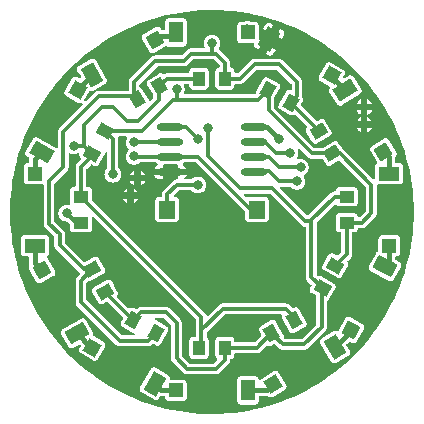
<source format=gtl>
G04 Layer: TopLayer*
G04 EasyEDA v6.5.42, 2024-04-15 10:04:03*
G04 35ccfcd0ecce4f4f936ce021b9bc61d8,ed70181f279245e6aff80281ee7dc86a,10*
G04 Gerber Generator version 0.2*
G04 Scale: 100 percent, Rotated: No, Reflected: No *
G04 Dimensions in millimeters *
G04 leading zeros omitted , absolute positions ,4 integer and 5 decimal *
%FSLAX45Y45*%
%MOMM*%

%AMMACRO1*21,1,$1,$2,0,0,$3*%
%ADD10C,0.3000*%
%ADD11C,0.4000*%
%ADD12R,1.4000X1.5000*%
%ADD13MACRO1,1.1989X1.1989X-119.9996*%
%ADD14MACRO1,1.2X1.8X150.0003*%
%ADD15MACRO1,1.1989X1.1989X-148.0003*%
%ADD16MACRO1,1.2X1.8X121.9996*%
%ADD17R,1.1989X1.1989*%
%ADD18R,1.8000X1.2000*%
%ADD19MACRO1,1.1989X1.1989X152.0000*%
%ADD20MACRO1,1.2X1.8X61.9986*%
%ADD21MACRO1,1.1989X1.1989X121.0004*%
%ADD22MACRO1,1.2X1.8X31.0006*%
%ADD23R,1.2000X1.8000*%
%ADD24MACRO1,1.1989X1.1989X60.0004*%
%ADD25MACRO1,1.2X1.8X-29.9997*%
%ADD26MACRO1,1.1989X1.1989X29.0000*%
%ADD27MACRO1,1.2X1.8X-60.9990*%
%ADD28MACRO1,1.1989X1.1989X-29.9996*%
%ADD29MACRO1,1.2X1.8X-119.9997*%
%ADD30MACRO1,1.1989X1.1989X-61.0000*%
%ADD31MACRO1,1.2X1.8X-151.0001*%
%ADD32O,2.2500082X0.6299962*%
%ADD33MACRO1,1X1.25X-149.0003*%
%ADD34MACRO1,1X1.25X151.0001*%
%ADD35MACRO1,1X1.25X120.9997*%
%ADD36R,1.2500X1.0000*%
%ADD37MACRO1,1X1.25X61.0001*%
%ADD38MACRO1,1X1.25X28.9999*%
%ADD39R,1.0000X1.2500*%
%ADD40MACRO1,1X1.25X-28.9999*%
%ADD41MACRO1,1X1.25X-61.0001*%
%ADD42MACRO1,1X1.25X-118.9999*%
%ADD43C,0.8000*%
%ADD44C,0.0103*%

%LPD*%
G36*
X3614318Y2440533D02*
G01*
X3556304Y2441041D01*
X3498291Y2443530D01*
X3440379Y2447950D01*
X3382670Y2454351D01*
X3325215Y2462733D01*
X3268116Y2472994D01*
X3211322Y2485237D01*
X3155035Y2499410D01*
X3099257Y2515463D01*
X3044037Y2533396D01*
X2989478Y2553208D01*
X2935579Y2574899D01*
X2882493Y2598369D01*
X2830220Y2623616D01*
X2778810Y2650642D01*
X2728417Y2679395D01*
X2678938Y2709824D01*
X2630576Y2741930D01*
X2583332Y2775661D01*
X2537256Y2810967D01*
X2492400Y2847848D01*
X2448814Y2886202D01*
X2406548Y2926029D01*
X2365705Y2967228D01*
X2326233Y3009849D01*
X2288286Y3053740D01*
X2251811Y3098901D01*
X2216912Y3145282D01*
X2183587Y3192830D01*
X2151888Y3241497D01*
X2121865Y3291179D01*
X2093569Y3341878D01*
X2067001Y3393490D01*
X2042210Y3446018D01*
X2019198Y3499307D01*
X1998014Y3553358D01*
X1978660Y3608120D01*
X1961184Y3663442D01*
X1945639Y3719372D01*
X1931974Y3775811D01*
X1920189Y3832656D01*
X1910384Y3889908D01*
X1902561Y3947414D01*
X1896668Y4005173D01*
X1892706Y4063085D01*
X1890725Y4121099D01*
X1890775Y4179163D01*
X1892757Y4237228D01*
X1896668Y4295140D01*
X1902612Y4352899D01*
X1910435Y4410405D01*
X1920290Y4467606D01*
X1932025Y4524502D01*
X1945690Y4580890D01*
X1961286Y4636820D01*
X1978761Y4692192D01*
X1998116Y4746904D01*
X2019300Y4800955D01*
X2042312Y4854295D01*
X2067153Y4906772D01*
X2093722Y4958384D01*
X2122068Y5009083D01*
X2152091Y5058765D01*
X2183739Y5107381D01*
X2217115Y5154930D01*
X2252014Y5201310D01*
X2288489Y5246471D01*
X2326487Y5290362D01*
X2365959Y5332984D01*
X2406802Y5374182D01*
X2449068Y5414010D01*
X2492654Y5452364D01*
X2537510Y5489194D01*
X2583637Y5524500D01*
X2630881Y5558231D01*
X2679242Y5590336D01*
X2728671Y5620766D01*
X2779115Y5649518D01*
X2830525Y5676493D01*
X2882798Y5701741D01*
X2935935Y5725210D01*
X2989783Y5746851D01*
X3044342Y5766663D01*
X3099562Y5784596D01*
X3155391Y5800648D01*
X3211677Y5814771D01*
X3268421Y5827014D01*
X3325571Y5837275D01*
X3383026Y5845657D01*
X3440734Y5852007D01*
X3498596Y5856478D01*
X3556609Y5858916D01*
X3614674Y5859424D01*
X3672738Y5857900D01*
X3730650Y5854446D01*
X3788460Y5849061D01*
X3846068Y5841644D01*
X3903370Y5832348D01*
X3960317Y5821070D01*
X4016857Y5807862D01*
X4072890Y5792774D01*
X4128414Y5775756D01*
X4183329Y5756859D01*
X4237532Y5736132D01*
X4291025Y5713577D01*
X4343755Y5689193D01*
X4395571Y5663031D01*
X4446473Y5635142D01*
X4496460Y5605576D01*
X4545330Y5574284D01*
X4593183Y5541365D01*
X4639818Y5506821D01*
X4685334Y5470753D01*
X4729530Y5433110D01*
X4772456Y5394045D01*
X4814011Y5353507D01*
X4854194Y5311597D01*
X4892903Y5268315D01*
X4930140Y5223764D01*
X4965852Y5177993D01*
X4999939Y5131003D01*
X5032451Y5082895D01*
X5063337Y5033721D01*
X5092496Y4983530D01*
X5119928Y4932375D01*
X5145633Y4880305D01*
X5169509Y4827422D01*
X5191607Y4773726D01*
X5211876Y4719320D01*
X5230266Y4664252D01*
X5246827Y4608576D01*
X5261457Y4552391D01*
X5274157Y4495749D01*
X5284927Y4438700D01*
X5293766Y4381347D01*
X5300624Y4323689D01*
X5305552Y4265828D01*
X5308498Y4207865D01*
X5309463Y4149801D01*
X5308498Y4091736D01*
X5305501Y4033774D01*
X5300573Y3975912D01*
X5293715Y3918305D01*
X5284876Y3860901D01*
X5274056Y3803853D01*
X5261356Y3747211D01*
X5246725Y3691026D01*
X5230164Y3635400D01*
X5211775Y3580333D01*
X5191506Y3525926D01*
X5169408Y3472230D01*
X5145481Y3419348D01*
X5119776Y3367278D01*
X5092293Y3316122D01*
X5063134Y3265932D01*
X5032298Y3216757D01*
X4999786Y3168650D01*
X4965649Y3121710D01*
X4929936Y3075889D01*
X4892700Y3031388D01*
X4853940Y2988106D01*
X4813808Y2946196D01*
X4772202Y2905709D01*
X4729276Y2866593D01*
X4685030Y2829001D01*
X4639564Y2792933D01*
X4592878Y2758389D01*
X4545076Y2725470D01*
X4496155Y2694228D01*
X4446168Y2664612D01*
X4395266Y2636723D01*
X4343400Y2610612D01*
X4290720Y2586228D01*
X4237228Y2563723D01*
X4182973Y2542997D01*
X4128109Y2524099D01*
X4072585Y2507132D01*
X4016501Y2491994D01*
X3959961Y2478836D01*
X3903014Y2467559D01*
X3845712Y2458262D01*
X3788156Y2450896D01*
X3730345Y2445461D01*
X3672382Y2442006D01*
G37*

%LPC*%
G36*
X3845458Y2519578D02*
G01*
X3964432Y2519578D01*
X3970883Y2520188D01*
X3976624Y2521915D01*
X3981856Y2524760D01*
X3986479Y2528519D01*
X3990289Y2533142D01*
X3993083Y2538425D01*
X3994810Y2544114D01*
X3995470Y2550566D01*
X3995470Y2579420D01*
X3996232Y2583281D01*
X3998417Y2586583D01*
X4001719Y2588818D01*
X4005630Y2589580D01*
X4065524Y2589580D01*
X4071162Y2589885D01*
X4075125Y2589326D01*
X4078528Y2587294D01*
X4079900Y2586075D01*
X4085031Y2582976D01*
X4090670Y2580995D01*
X4096562Y2580132D01*
X4102557Y2580436D01*
X4108297Y2581859D01*
X4114190Y2584653D01*
X4216095Y2645867D01*
X4221276Y2649728D01*
X4225290Y2654147D01*
X4228338Y2659278D01*
X4230370Y2664917D01*
X4231233Y2670810D01*
X4230928Y2676804D01*
X4229455Y2682595D01*
X4226712Y2688437D01*
X4165447Y2790342D01*
X4161586Y2795524D01*
X4157167Y2799537D01*
X4152036Y2802585D01*
X4146397Y2804617D01*
X4140504Y2805480D01*
X4134561Y2805176D01*
X4128770Y2803702D01*
X4122928Y2800959D01*
X4021023Y2739694D01*
X4015790Y2735834D01*
X4012184Y2731820D01*
X4008729Y2729331D01*
X4004564Y2728468D01*
X4000398Y2729433D01*
X3996994Y2731973D01*
X3994912Y2735681D01*
X3993083Y2741726D01*
X3990289Y2747010D01*
X3986479Y2751632D01*
X3981856Y2755392D01*
X3976624Y2758236D01*
X3970883Y2759964D01*
X3964432Y2760573D01*
X3845458Y2760573D01*
X3839006Y2759964D01*
X3833266Y2758236D01*
X3828034Y2755392D01*
X3823411Y2751632D01*
X3819601Y2747010D01*
X3816807Y2741726D01*
X3815079Y2736037D01*
X3814419Y2729585D01*
X3814419Y2550566D01*
X3815079Y2544114D01*
X3816807Y2538425D01*
X3819601Y2533142D01*
X3823411Y2528519D01*
X3828034Y2524760D01*
X3833266Y2521915D01*
X3839006Y2520188D01*
G37*
G36*
X3235502Y2549601D02*
G01*
X3354374Y2549601D01*
X3360826Y2550261D01*
X3366566Y2551988D01*
X3371799Y2554782D01*
X3376422Y2558592D01*
X3380232Y2563215D01*
X3383026Y2568498D01*
X3384753Y2574188D01*
X3385413Y2580640D01*
X3385413Y2699512D01*
X3384753Y2705963D01*
X3383026Y2711653D01*
X3380232Y2716936D01*
X3376422Y2721559D01*
X3371799Y2725369D01*
X3366566Y2728163D01*
X3360826Y2729890D01*
X3354374Y2730550D01*
X3251301Y2730550D01*
X3247339Y2731312D01*
X3244037Y2733598D01*
X3241852Y2737053D01*
X3241192Y2741015D01*
X3241395Y2747314D01*
X3240379Y2753207D01*
X3238296Y2758795D01*
X3235147Y2763875D01*
X3231083Y2768244D01*
X3225800Y2772003D01*
X3122726Y2831490D01*
X3116834Y2834182D01*
X3111042Y2835503D01*
X3105048Y2835706D01*
X3099155Y2834741D01*
X3093567Y2832658D01*
X3088538Y2829509D01*
X3084169Y2825394D01*
X3080410Y2820162D01*
X2990900Y2665120D01*
X2988208Y2659227D01*
X2986887Y2653436D01*
X2986684Y2647442D01*
X2987649Y2641549D01*
X2989732Y2635961D01*
X2992882Y2630881D01*
X2996996Y2626563D01*
X3002229Y2622753D01*
X3105302Y2563266D01*
X3111195Y2560574D01*
X3116986Y2559253D01*
X3122980Y2559050D01*
X3128873Y2560015D01*
X3134461Y2562098D01*
X3139541Y2565298D01*
X3143859Y2569362D01*
X3147669Y2574594D01*
X3153816Y2585262D01*
X3156458Y2588260D01*
X3160115Y2590038D01*
X3164128Y2590190D01*
X3167024Y2589784D01*
X3171545Y2589580D01*
X3194405Y2589580D01*
X3198063Y2588869D01*
X3201212Y2586939D01*
X3203498Y2583992D01*
X3204514Y2580386D01*
X3205124Y2574188D01*
X3206851Y2568498D01*
X3209696Y2563215D01*
X3213455Y2558592D01*
X3218078Y2554782D01*
X3223361Y2551988D01*
X3229051Y2550261D01*
G37*
G36*
X3390341Y2774391D02*
G01*
X3631641Y2774442D01*
X3640328Y2775661D01*
X3648252Y2778302D01*
X3655618Y2782417D01*
X3662426Y2788056D01*
X3743299Y2868980D01*
X3748582Y2875991D01*
X3752342Y2883509D01*
X3754628Y2891688D01*
X3755440Y2898495D01*
X3756406Y2901797D01*
X3758387Y2904591D01*
X3761181Y2906522D01*
X3765956Y2907588D01*
X3771696Y2909366D01*
X3776929Y2912160D01*
X3781551Y2915970D01*
X3785362Y2920542D01*
X3788156Y2925826D01*
X3789883Y2931515D01*
X3790543Y2937967D01*
X3790543Y2944317D01*
X3791305Y2948178D01*
X3793490Y2951480D01*
X3796792Y2953715D01*
X3800703Y2954477D01*
X3978757Y2954528D01*
X3987444Y2955696D01*
X3995369Y2958388D01*
X4002684Y2962452D01*
X4009542Y2968142D01*
X4061917Y3020568D01*
X4064762Y3022549D01*
X4068064Y3023463D01*
X4071467Y3023260D01*
X4076395Y3020771D01*
X4081932Y3018536D01*
X4087825Y3017469D01*
X4093768Y3017570D01*
X4099610Y3018840D01*
X4105554Y3021380D01*
X4124045Y3031642D01*
X4128211Y3032861D01*
X4132529Y3032252D01*
X4136186Y3029915D01*
X4169511Y2996590D01*
X4176471Y2991307D01*
X4183989Y2987548D01*
X4192066Y2985262D01*
X4200855Y2984449D01*
X4381703Y2984500D01*
X4390390Y2985719D01*
X4398314Y2988360D01*
X4405680Y2992475D01*
X4412488Y2998114D01*
X4563465Y3149142D01*
X4568748Y3156153D01*
X4572508Y3163671D01*
X4574794Y3171748D01*
X4575606Y3180537D01*
X4575606Y3393490D01*
X4576165Y3396843D01*
X4577791Y3399790D01*
X4580280Y3402076D01*
X4586173Y3405886D01*
X4590440Y3410000D01*
X4594148Y3415334D01*
X4642154Y3501948D01*
X4644694Y3507892D01*
X4645964Y3513734D01*
X4646066Y3519678D01*
X4644948Y3525570D01*
X4642764Y3531108D01*
X4639513Y3536137D01*
X4635347Y3540404D01*
X4630064Y3544062D01*
X4521606Y3604209D01*
X4515662Y3606749D01*
X4509820Y3608019D01*
X4499711Y3607866D01*
X4496612Y3608882D01*
X4493971Y3610762D01*
X4488383Y3616299D01*
X4486198Y3619601D01*
X4485436Y3623513D01*
X4485436Y4056938D01*
X4486198Y4060850D01*
X4488383Y4064152D01*
X4637532Y4213250D01*
X4641037Y4215536D01*
X4645202Y4216196D01*
X4649266Y4215130D01*
X4652568Y4212488D01*
X4655921Y4208373D01*
X4660544Y4204563D01*
X4665827Y4201769D01*
X4671517Y4200042D01*
X4677968Y4199382D01*
X4801971Y4199382D01*
X4808423Y4200042D01*
X4814112Y4201769D01*
X4819396Y4204563D01*
X4824018Y4208373D01*
X4827778Y4212996D01*
X4830622Y4218279D01*
X4832350Y4223969D01*
X4832959Y4230420D01*
X4832959Y4329430D01*
X4832350Y4335830D01*
X4830622Y4341571D01*
X4827778Y4346854D01*
X4824018Y4351426D01*
X4819396Y4355236D01*
X4814112Y4358030D01*
X4808423Y4359808D01*
X4801971Y4360418D01*
X4677968Y4360418D01*
X4671517Y4359808D01*
X4665827Y4358030D01*
X4660544Y4355236D01*
X4655921Y4351426D01*
X4652162Y4346854D01*
X4649317Y4341571D01*
X4647590Y4335830D01*
X4647488Y4334510D01*
X4646066Y4330242D01*
X4642967Y4326991D01*
X4638751Y4325416D01*
X4629404Y4324146D01*
X4621479Y4321505D01*
X4614113Y4317390D01*
X4607306Y4311751D01*
X4417110Y4121556D01*
X4413808Y4119372D01*
X4409948Y4118610D01*
X4406036Y4119372D01*
X4402785Y4121556D01*
X4177182Y4347159D01*
X4174998Y4350410D01*
X4174236Y4354322D01*
X4174998Y4358233D01*
X4177182Y4361484D01*
X4180484Y4363720D01*
X4184396Y4364482D01*
X4261764Y4364482D01*
X4266031Y4363567D01*
X4278579Y4353001D01*
X4287977Y4347210D01*
X4298188Y4342993D01*
X4308957Y4340402D01*
X4319981Y4339539D01*
X4331004Y4340402D01*
X4341774Y4342993D01*
X4351985Y4347210D01*
X4361434Y4353001D01*
X4369816Y4360164D01*
X4377029Y4368596D01*
X4382770Y4377994D01*
X4387037Y4388205D01*
X4389577Y4398975D01*
X4390491Y4409998D01*
X4389577Y4421022D01*
X4387037Y4431792D01*
X4382770Y4442002D01*
X4376521Y4452213D01*
X4375048Y4456328D01*
X4375505Y4460646D01*
X4377690Y4464405D01*
X4391406Y4472990D01*
X4399838Y4480153D01*
X4407001Y4488586D01*
X4412792Y4497984D01*
X4417009Y4508246D01*
X4419600Y4518964D01*
X4420463Y4529988D01*
X4419600Y4541012D01*
X4417009Y4551781D01*
X4412792Y4561992D01*
X4407001Y4571441D01*
X4399838Y4579823D01*
X4391406Y4587036D01*
X4382008Y4592777D01*
X4371746Y4597044D01*
X4361027Y4599584D01*
X4350004Y4600498D01*
X4338980Y4599584D01*
X4330649Y4597603D01*
X4326686Y4597450D01*
X4322927Y4598822D01*
X4320032Y4601514D01*
X4318355Y4605121D01*
X4318203Y4609084D01*
X4319574Y4612792D01*
X4322775Y4618024D01*
X4327042Y4628235D01*
X4329582Y4638954D01*
X4330446Y4649978D01*
X4329582Y4661001D01*
X4326940Y4672076D01*
X4326890Y4676394D01*
X4328617Y4680407D01*
X4331868Y4683302D01*
X4336034Y4684572D01*
X4340352Y4683963D01*
X4344009Y4681626D01*
X4413453Y4612233D01*
X4420463Y4606950D01*
X4427982Y4603191D01*
X4436008Y4600905D01*
X4444847Y4600092D01*
X4529632Y4600092D01*
X4533036Y4599482D01*
X4536084Y4597806D01*
X4538319Y4595164D01*
X4562297Y4555286D01*
X4566158Y4550054D01*
X4570577Y4546041D01*
X4575708Y4542993D01*
X4581347Y4541012D01*
X4587240Y4540148D01*
X4593234Y4540402D01*
X4599025Y4541875D01*
X4604867Y4544669D01*
X4670552Y4584141D01*
X4674768Y4585512D01*
X4679188Y4585004D01*
X4682947Y4582617D01*
X4901488Y4364126D01*
X4903673Y4360824D01*
X4904435Y4356912D01*
X4904435Y4163009D01*
X4903673Y4159097D01*
X4901488Y4155795D01*
X4854092Y4108399D01*
X4850790Y4106214D01*
X4846878Y4105452D01*
X4842560Y4105452D01*
X4838903Y4106113D01*
X4835753Y4108094D01*
X4833518Y4111040D01*
X4832350Y4115866D01*
X4830622Y4121556D01*
X4827778Y4126839D01*
X4824018Y4131462D01*
X4819396Y4135221D01*
X4814112Y4138066D01*
X4808423Y4139793D01*
X4801971Y4140403D01*
X4677968Y4140403D01*
X4671517Y4139793D01*
X4665827Y4138066D01*
X4660544Y4135221D01*
X4655921Y4131462D01*
X4652162Y4126839D01*
X4649317Y4121556D01*
X4647590Y4115866D01*
X4646980Y4109415D01*
X4646980Y4010406D01*
X4647590Y4003954D01*
X4649317Y3998264D01*
X4652162Y3992981D01*
X4655921Y3988358D01*
X4660544Y3984599D01*
X4665827Y3981754D01*
X4671517Y3980027D01*
X4677968Y3979418D01*
X4684318Y3979418D01*
X4688230Y3978656D01*
X4691481Y3976420D01*
X4693716Y3973118D01*
X4694478Y3969258D01*
X4694478Y3815740D01*
X4693716Y3811828D01*
X4691481Y3808526D01*
X4666691Y3783736D01*
X4663033Y3781399D01*
X4658715Y3780790D01*
X4654550Y3782009D01*
X4628235Y3796639D01*
X4622292Y3799179D01*
X4616450Y3800449D01*
X4610506Y3800551D01*
X4604613Y3799433D01*
X4599076Y3797249D01*
X4594047Y3793998D01*
X4589780Y3789832D01*
X4586122Y3784549D01*
X4538116Y3697935D01*
X4535525Y3691991D01*
X4534255Y3686149D01*
X4534204Y3680206D01*
X4535271Y3674313D01*
X4537456Y3668776D01*
X4540707Y3663746D01*
X4544872Y3659479D01*
X4550206Y3655771D01*
X4658664Y3595674D01*
X4664608Y3593084D01*
X4670399Y3591864D01*
X4676394Y3591763D01*
X4682286Y3592829D01*
X4687824Y3595014D01*
X4692853Y3598265D01*
X4697120Y3602431D01*
X4700778Y3607765D01*
X4748784Y3694328D01*
X4751374Y3700272D01*
X4752594Y3706114D01*
X4752695Y3712108D01*
X4751628Y3717950D01*
X4749444Y3723538D01*
X4746955Y3728415D01*
X4746752Y3731869D01*
X4747666Y3735171D01*
X4749647Y3737965D01*
X4773371Y3761740D01*
X4778654Y3768750D01*
X4782362Y3776268D01*
X4784699Y3784295D01*
X4785512Y3793134D01*
X4785512Y3969258D01*
X4786274Y3973118D01*
X4788458Y3976420D01*
X4791760Y3978656D01*
X4795672Y3979418D01*
X4801971Y3979418D01*
X4808423Y3980027D01*
X4814112Y3981754D01*
X4819396Y3984599D01*
X4824018Y3988358D01*
X4827778Y3992981D01*
X4830622Y3998264D01*
X4832350Y4003954D01*
X4833518Y4008831D01*
X4835753Y4011777D01*
X4838954Y4013758D01*
X4842611Y4014419D01*
X4871669Y4014470D01*
X4880356Y4015689D01*
X4888280Y4018330D01*
X4895646Y4022445D01*
X4902454Y4028084D01*
X4983327Y4109008D01*
X4988610Y4116019D01*
X4992370Y4123537D01*
X4994656Y4131614D01*
X4995468Y4140403D01*
X4995468Y4374692D01*
X4996332Y4378807D01*
X4998821Y4382211D01*
X5002428Y4384344D01*
X5006594Y4384802D01*
X5010556Y4384395D01*
X5189575Y4384395D01*
X5196027Y4385056D01*
X5201716Y4386783D01*
X5207000Y4389577D01*
X5211622Y4393387D01*
X5215382Y4398010D01*
X5218226Y4403242D01*
X5219954Y4408982D01*
X5220563Y4415434D01*
X5220563Y4534408D01*
X5219954Y4540859D01*
X5218226Y4546600D01*
X5215382Y4551832D01*
X5211622Y4556455D01*
X5207000Y4560265D01*
X5201716Y4563059D01*
X5196027Y4564786D01*
X5189575Y4565446D01*
X5160721Y4565446D01*
X5156860Y4566208D01*
X5153558Y4568393D01*
X5151323Y4571695D01*
X5150561Y4575606D01*
X5150561Y4611573D01*
X5151018Y4614621D01*
X5152390Y4617415D01*
X5155082Y4620056D01*
X5159044Y4624578D01*
X5161991Y4629759D01*
X5163921Y4635398D01*
X5164683Y4641342D01*
X5164277Y4647285D01*
X5162702Y4653026D01*
X5159857Y4658868D01*
X5096814Y4759655D01*
X5092903Y4764786D01*
X5088382Y4768697D01*
X5083200Y4771694D01*
X5077561Y4773625D01*
X5071618Y4774387D01*
X5065674Y4773980D01*
X5059934Y4772406D01*
X5054092Y4769510D01*
X4953304Y4706518D01*
X4948174Y4702556D01*
X4944211Y4698085D01*
X4941265Y4692904D01*
X4939334Y4687265D01*
X4938572Y4681321D01*
X4938979Y4675378D01*
X4940554Y4669586D01*
X4943449Y4663795D01*
X4998618Y4575454D01*
X5000040Y4571593D01*
X4999837Y4567478D01*
X4997958Y4563770D01*
X4994808Y4561128D01*
X4993132Y4560265D01*
X4988509Y4556455D01*
X4984750Y4551832D01*
X4981905Y4546600D01*
X4980178Y4540859D01*
X4979568Y4534408D01*
X4979568Y4439259D01*
X4978806Y4435348D01*
X4976571Y4432096D01*
X4973269Y4429861D01*
X4969408Y4429099D01*
X4965496Y4429861D01*
X4962194Y4432096D01*
X4715205Y4679035D01*
X4708144Y4684369D01*
X4701540Y4687722D01*
X4699203Y4689348D01*
X4697425Y4691532D01*
X4670755Y4735931D01*
X4666894Y4741113D01*
X4662474Y4745126D01*
X4657344Y4748174D01*
X4651756Y4750206D01*
X4645812Y4751070D01*
X4639868Y4750765D01*
X4634077Y4749292D01*
X4628235Y4746548D01*
X4538370Y4692548D01*
X4535881Y4691481D01*
X4533138Y4691126D01*
X4467453Y4691126D01*
X4463542Y4691888D01*
X4460240Y4694072D01*
X4128465Y5025847D01*
X4126280Y5029149D01*
X4125518Y5033060D01*
X4125518Y5107940D01*
X4125823Y5110530D01*
X4126788Y5112867D01*
X4174236Y5198567D01*
X4176826Y5204510D01*
X4178096Y5210352D01*
X4178147Y5216296D01*
X4177080Y5222189D01*
X4174896Y5227726D01*
X4171645Y5232755D01*
X4167479Y5237022D01*
X4162196Y5240731D01*
X4075582Y5288686D01*
X4069638Y5291277D01*
X4063796Y5292547D01*
X4057853Y5292598D01*
X4051960Y5291531D01*
X4046423Y5289346D01*
X4041394Y5286095D01*
X4037126Y5281930D01*
X4033418Y5276596D01*
X3973322Y5168188D01*
X3970731Y5162245D01*
X3968648Y5151729D01*
X3966464Y5148478D01*
X3963162Y5146344D01*
X3959301Y5145582D01*
X3372865Y5145582D01*
X3368954Y5146344D01*
X3365652Y5148529D01*
X3363468Y5151831D01*
X3362706Y5155742D01*
X3363468Y5159603D01*
X3367024Y5168239D01*
X3369614Y5179009D01*
X3370478Y5190032D01*
X3369614Y5201056D01*
X3367024Y5211775D01*
X3363468Y5220360D01*
X3362706Y5224221D01*
X3363468Y5228132D01*
X3365703Y5231434D01*
X3369005Y5233619D01*
X3372865Y5234381D01*
X3399332Y5234381D01*
X3403244Y5233619D01*
X3406546Y5231434D01*
X3408730Y5228132D01*
X3409492Y5224221D01*
X3409492Y5217871D01*
X3410153Y5211419D01*
X3411880Y5205730D01*
X3414674Y5200446D01*
X3418484Y5195874D01*
X3423107Y5192064D01*
X3428339Y5189270D01*
X3434079Y5187492D01*
X3440531Y5186883D01*
X3539540Y5186883D01*
X3545941Y5187492D01*
X3551682Y5189270D01*
X3556965Y5192064D01*
X3561537Y5195874D01*
X3565347Y5200446D01*
X3568141Y5205730D01*
X3569868Y5211419D01*
X3570528Y5217871D01*
X3570528Y5341874D01*
X3569868Y5348325D01*
X3568141Y5354066D01*
X3565347Y5359298D01*
X3561537Y5363921D01*
X3556965Y5367731D01*
X3551682Y5370525D01*
X3545941Y5372252D01*
X3539540Y5372912D01*
X3440531Y5372912D01*
X3434079Y5372252D01*
X3428339Y5370525D01*
X3423107Y5367731D01*
X3418484Y5363921D01*
X3414674Y5359298D01*
X3411880Y5354066D01*
X3410153Y5348325D01*
X3409492Y5341874D01*
X3409492Y5335574D01*
X3408730Y5331663D01*
X3406546Y5328361D01*
X3403244Y5326176D01*
X3399332Y5325414D01*
X3215792Y5325364D01*
X3207004Y5324144D01*
X3201212Y5322366D01*
X3194405Y5318963D01*
X3190494Y5317896D01*
X3186531Y5318455D01*
X3177946Y5323535D01*
X3172358Y5325516D01*
X3166414Y5326380D01*
X3160471Y5326126D01*
X3154680Y5324652D01*
X3148838Y5321858D01*
X3063951Y5270855D01*
X3058769Y5266994D01*
X3054756Y5262575D01*
X3051708Y5257444D01*
X3049676Y5251856D01*
X3048812Y5245912D01*
X3049117Y5239969D01*
X3050590Y5234178D01*
X3053384Y5228336D01*
X3103168Y5145481D01*
X3104235Y5142941D01*
X3104591Y5140248D01*
X3104591Y5123129D01*
X3103829Y5119217D01*
X3101644Y5115915D01*
X3079851Y5094173D01*
X3076854Y5092090D01*
X3073298Y5091226D01*
X3069640Y5091684D01*
X3066389Y5093411D01*
X3064002Y5096154D01*
X3002788Y5197957D01*
X2998927Y5203139D01*
X2994507Y5207152D01*
X2990494Y5209540D01*
X2987852Y5211826D01*
X2986176Y5214823D01*
X2985566Y5218277D01*
X2985566Y5226913D01*
X2986328Y5230774D01*
X2988513Y5234076D01*
X3135782Y5381498D01*
X3139084Y5383733D01*
X3142945Y5384495D01*
X3361537Y5384546D01*
X3370224Y5385714D01*
X3378200Y5388406D01*
X3385515Y5392470D01*
X3392373Y5398109D01*
X3435908Y5441492D01*
X3439210Y5443677D01*
X3443122Y5444439D01*
X3606850Y5444439D01*
X3610762Y5443677D01*
X3614064Y5441492D01*
X3661460Y5394096D01*
X3663645Y5390794D01*
X3664407Y5386882D01*
X3664407Y5382514D01*
X3663746Y5378856D01*
X3661765Y5375656D01*
X3658819Y5373420D01*
X3654094Y5372252D01*
X3648354Y5370525D01*
X3643071Y5367731D01*
X3638499Y5363921D01*
X3634689Y5359298D01*
X3631895Y5354066D01*
X3630168Y5348325D01*
X3629507Y5341874D01*
X3629507Y5217871D01*
X3630168Y5211419D01*
X3631895Y5205730D01*
X3634689Y5200446D01*
X3638499Y5195874D01*
X3643071Y5192064D01*
X3648354Y5189270D01*
X3654094Y5187492D01*
X3660495Y5186883D01*
X3759504Y5186883D01*
X3765956Y5187492D01*
X3771696Y5189270D01*
X3776929Y5192064D01*
X3781551Y5195874D01*
X3785362Y5200446D01*
X3788156Y5205730D01*
X3789883Y5211419D01*
X3790543Y5217871D01*
X3790543Y5224221D01*
X3791305Y5228132D01*
X3793490Y5231434D01*
X3796792Y5233619D01*
X3800703Y5234381D01*
X3841699Y5234432D01*
X3850386Y5235651D01*
X3858310Y5238292D01*
X3865676Y5242407D01*
X3872484Y5248046D01*
X3975963Y5351576D01*
X3979265Y5353761D01*
X3983177Y5354523D01*
X4146854Y5354523D01*
X4150766Y5353761D01*
X4154068Y5351576D01*
X4271568Y5234076D01*
X4273753Y5230774D01*
X4274515Y5226862D01*
X4274515Y5194503D01*
X4273550Y5190134D01*
X4270756Y5186629D01*
X4266742Y5184648D01*
X4262221Y5184597D01*
X4256227Y5185867D01*
X4250232Y5185968D01*
X4244390Y5184902D01*
X4238802Y5182666D01*
X4233824Y5179466D01*
X4229506Y5175300D01*
X4225848Y5169966D01*
X4165752Y5061508D01*
X4163161Y5055565D01*
X4161891Y5049723D01*
X4161840Y5043779D01*
X4162907Y5037886D01*
X4165092Y5032349D01*
X4168343Y5027320D01*
X4172508Y5023053D01*
X4177792Y5019344D01*
X4264406Y4971338D01*
X4270349Y4968798D01*
X4276191Y4967528D01*
X4282135Y4967427D01*
X4288028Y4968494D01*
X4293565Y4970729D01*
X4298492Y4973218D01*
X4301947Y4973421D01*
X4305249Y4972507D01*
X4308043Y4970526D01*
X4400296Y4878273D01*
X4402429Y4875123D01*
X4403242Y4871364D01*
X4402632Y4867554D01*
X4400600Y4864303D01*
X4399432Y4862982D01*
X4396333Y4857851D01*
X4394352Y4852212D01*
X4393488Y4846320D01*
X4393793Y4840325D01*
X4395216Y4834534D01*
X4398010Y4828692D01*
X4449013Y4743856D01*
X4452874Y4738624D01*
X4457293Y4734661D01*
X4462424Y4731562D01*
X4468063Y4729581D01*
X4473956Y4728718D01*
X4479899Y4729022D01*
X4485690Y4730445D01*
X4491532Y4733239D01*
X4597857Y4797094D01*
X4603038Y4800955D01*
X4607052Y4805375D01*
X4610100Y4810506D01*
X4612132Y4816144D01*
X4612995Y4822037D01*
X4612690Y4828032D01*
X4611217Y4833823D01*
X4608474Y4839665D01*
X4557471Y4924501D01*
X4553610Y4929682D01*
X4549190Y4933696D01*
X4544060Y4936794D01*
X4538421Y4938776D01*
X4532528Y4939639D01*
X4526534Y4939334D01*
X4520742Y4937912D01*
X4514900Y4935118D01*
X4494987Y4923180D01*
X4490770Y4921758D01*
X4486351Y4922316D01*
X4482592Y4924704D01*
X4353814Y5053482D01*
X4351477Y5057140D01*
X4350867Y5061458D01*
X4352086Y5065572D01*
X4366666Y5091887D01*
X4369257Y5097830D01*
X4370476Y5103672D01*
X4370578Y5109667D01*
X4369511Y5115509D01*
X4365701Y5124450D01*
X4365396Y5127650D01*
X4365548Y5130800D01*
X4365498Y5251653D01*
X4364278Y5260340D01*
X4361637Y5268264D01*
X4357522Y5275630D01*
X4351883Y5282438D01*
X4200804Y5433415D01*
X4193844Y5438698D01*
X4186326Y5442458D01*
X4178249Y5444744D01*
X4169460Y5445556D01*
X3958386Y5445506D01*
X3949700Y5444286D01*
X3941775Y5441645D01*
X3934409Y5437530D01*
X3927601Y5431891D01*
X3824122Y5328361D01*
X3820820Y5326176D01*
X3816908Y5325414D01*
X3800703Y5325414D01*
X3796792Y5326176D01*
X3793490Y5328361D01*
X3791305Y5331663D01*
X3790543Y5335574D01*
X3790543Y5341874D01*
X3789883Y5348325D01*
X3788156Y5354066D01*
X3785362Y5359298D01*
X3781551Y5363921D01*
X3776929Y5367731D01*
X3771696Y5370525D01*
X3765956Y5372252D01*
X3761028Y5373420D01*
X3758082Y5375706D01*
X3756101Y5378856D01*
X3755440Y5382514D01*
X3755390Y5411673D01*
X3754170Y5420360D01*
X3751529Y5428284D01*
X3747414Y5435650D01*
X3741775Y5442458D01*
X3662375Y5521858D01*
X3658717Y5524957D01*
X3656482Y5527700D01*
X3655263Y5531053D01*
X3655364Y5534660D01*
X3656634Y5538012D01*
X3662781Y5548020D01*
X3666998Y5558231D01*
X3669588Y5568950D01*
X3670452Y5579973D01*
X3669588Y5591048D01*
X3666998Y5601766D01*
X3662781Y5611977D01*
X3656990Y5621426D01*
X3649827Y5629808D01*
X3641394Y5637022D01*
X3631996Y5642813D01*
X3621786Y5647029D01*
X3611016Y5649620D01*
X3599992Y5650484D01*
X3588969Y5649620D01*
X3578199Y5647029D01*
X3567988Y5642813D01*
X3558590Y5637022D01*
X3550158Y5629808D01*
X3542995Y5621426D01*
X3537204Y5611977D01*
X3532987Y5601766D01*
X3530396Y5591048D01*
X3529533Y5579973D01*
X3530396Y5568950D01*
X3532987Y5558231D01*
X3536594Y5549493D01*
X3537356Y5545632D01*
X3536594Y5541721D01*
X3534359Y5538419D01*
X3531057Y5536234D01*
X3527196Y5535472D01*
X3418484Y5535422D01*
X3409797Y5534253D01*
X3401822Y5531561D01*
X3394506Y5527497D01*
X3387648Y5521858D01*
X3344113Y5478475D01*
X3340811Y5476290D01*
X3336899Y5475528D01*
X3118104Y5475478D01*
X3109417Y5474258D01*
X3101492Y5471566D01*
X3094177Y5467502D01*
X3087370Y5461812D01*
X2906674Y5280863D01*
X2901391Y5273852D01*
X2897632Y5266334D01*
X2895346Y5258257D01*
X2894533Y5249468D01*
X2894533Y5185714D01*
X2893771Y5181803D01*
X2891586Y5178501D01*
X2888284Y5176316D01*
X2884373Y5175554D01*
X2638348Y5175504D01*
X2629662Y5174284D01*
X2621737Y5171643D01*
X2614371Y5167528D01*
X2607564Y5161889D01*
X2535377Y5089702D01*
X2531872Y5087416D01*
X2527808Y5086705D01*
X2523744Y5087721D01*
X2520492Y5090261D01*
X2518460Y5093868D01*
X2518105Y5097983D01*
X2519375Y5101945D01*
X2558389Y5169560D01*
X2561132Y5172608D01*
X2564892Y5174335D01*
X2569006Y5174437D01*
X2571750Y5173929D01*
X2577744Y5174030D01*
X2583535Y5175300D01*
X2589479Y5177891D01*
X2693568Y5235549D01*
X2698902Y5239258D01*
X2703068Y5243525D01*
X2706319Y5248554D01*
X2708503Y5254091D01*
X2709570Y5259984D01*
X2709468Y5265928D01*
X2708249Y5271770D01*
X2705658Y5277713D01*
X2618892Y5434279D01*
X2615234Y5439613D01*
X2610916Y5443778D01*
X2605887Y5446979D01*
X2600350Y5449214D01*
X2594508Y5450281D01*
X2588514Y5450179D01*
X2582672Y5448909D01*
X2576728Y5446369D01*
X2472639Y5388660D01*
X2467305Y5385003D01*
X2463190Y5380685D01*
X2459939Y5375706D01*
X2457754Y5370118D01*
X2456637Y5364276D01*
X2456738Y5358282D01*
X2458008Y5352440D01*
X2460548Y5346496D01*
X2487371Y5298186D01*
X2488590Y5294020D01*
X2487980Y5289753D01*
X2485644Y5286095D01*
X2484221Y5284622D01*
X2480513Y5282285D01*
X2476144Y5281726D01*
X2471978Y5283047D01*
X2456129Y5292191D01*
X2450236Y5294833D01*
X2444394Y5296204D01*
X2438450Y5296408D01*
X2432558Y5295442D01*
X2426970Y5293309D01*
X2421890Y5290159D01*
X2417521Y5286095D01*
X2413762Y5280812D01*
X2354326Y5177840D01*
X2351633Y5171948D01*
X2350312Y5166156D01*
X2350109Y5160162D01*
X2351074Y5154269D01*
X2353157Y5148681D01*
X2356307Y5143652D01*
X2360422Y5139283D01*
X2365654Y5135524D01*
X2468626Y5076037D01*
X2474518Y5073396D01*
X2480360Y5072024D01*
X2486304Y5071821D01*
X2492502Y5072837D01*
X2496718Y5072684D01*
X2500528Y5070754D01*
X2503170Y5067452D01*
X2504287Y5063388D01*
X2503627Y5059222D01*
X2501341Y5055666D01*
X2306726Y4860950D01*
X2301443Y4853990D01*
X2297684Y4846472D01*
X2295398Y4838395D01*
X2294585Y4829606D01*
X2294585Y4698746D01*
X2293721Y4694580D01*
X2291232Y4691176D01*
X2287574Y4689043D01*
X2283358Y4688636D01*
X2279345Y4689906D01*
X2125116Y4778959D01*
X2119223Y4781651D01*
X2113432Y4782972D01*
X2107438Y4783175D01*
X2101545Y4782210D01*
X2095957Y4780127D01*
X2090877Y4776978D01*
X2086559Y4772863D01*
X2082749Y4767630D01*
X2023262Y4664557D01*
X2020570Y4658664D01*
X2019249Y4652873D01*
X2019046Y4646879D01*
X2020011Y4640986D01*
X2022093Y4635398D01*
X2025294Y4630318D01*
X2029358Y4626000D01*
X2034590Y4622190D01*
X2045258Y4616043D01*
X2048256Y4613402D01*
X2050034Y4609744D01*
X2050186Y4605731D01*
X2049780Y4602835D01*
X2049576Y4598314D01*
X2049576Y4575454D01*
X2048865Y4571796D01*
X2046935Y4568647D01*
X2043988Y4566361D01*
X2040382Y4565345D01*
X2034184Y4564735D01*
X2028494Y4563008D01*
X2023211Y4560163D01*
X2018588Y4556404D01*
X2014778Y4551781D01*
X2011984Y4546498D01*
X2010257Y4540808D01*
X2009597Y4534357D01*
X2009597Y4415485D01*
X2010257Y4409033D01*
X2011984Y4403293D01*
X2014778Y4398060D01*
X2018588Y4393438D01*
X2023211Y4389628D01*
X2028494Y4386834D01*
X2034184Y4385106D01*
X2040636Y4384446D01*
X2159508Y4384446D01*
X2163318Y4384852D01*
X2167483Y4384395D01*
X2171090Y4382262D01*
X2173579Y4378858D01*
X2174443Y4374743D01*
X2174494Y4048302D01*
X2175713Y4039615D01*
X2178354Y4031691D01*
X2182469Y4024325D01*
X2188108Y4017518D01*
X2261412Y3944264D01*
X2263597Y3940962D01*
X2264359Y3937050D01*
X2264410Y3868165D01*
X2265629Y3859529D01*
X2268321Y3851554D01*
X2272385Y3844239D01*
X2278024Y3837432D01*
X2478633Y3637076D01*
X2480818Y3633825D01*
X2481580Y3629914D01*
X2480818Y3626002D01*
X2478633Y3622751D01*
X2456586Y3600602D01*
X2451303Y3593642D01*
X2447544Y3586124D01*
X2445258Y3578047D01*
X2444445Y3569258D01*
X2444496Y3388156D01*
X2445715Y3379470D01*
X2448356Y3371545D01*
X2452471Y3364179D01*
X2458110Y3357372D01*
X2789021Y3026562D01*
X2795981Y3021279D01*
X2803499Y3017520D01*
X2811576Y3015234D01*
X2820365Y3014421D01*
X3061157Y3014472D01*
X3069844Y3015691D01*
X3077768Y3018332D01*
X3085236Y3022498D01*
X3090214Y3026410D01*
X3093872Y3030016D01*
X3097530Y3032353D01*
X3101797Y3032912D01*
X3105912Y3031642D01*
X3124454Y3021380D01*
X3130397Y3018840D01*
X3136239Y3017570D01*
X3142234Y3017469D01*
X3148076Y3018536D01*
X3153613Y3020771D01*
X3158642Y3023971D01*
X3162960Y3028137D01*
X3166618Y3033471D01*
X3226714Y3141929D01*
X3229305Y3147872D01*
X3230575Y3153714D01*
X3230626Y3159658D01*
X3229559Y3165551D01*
X3227374Y3171088D01*
X3224123Y3176117D01*
X3219958Y3180384D01*
X3214624Y3184093D01*
X3128060Y3232099D01*
X3121355Y3234994D01*
X3118104Y3237230D01*
X3115970Y3240532D01*
X3115259Y3244392D01*
X3116021Y3248253D01*
X3118256Y3251504D01*
X3121507Y3253689D01*
X3125419Y3254451D01*
X3186988Y3254451D01*
X3190900Y3253689D01*
X3194202Y3251504D01*
X3251504Y3194202D01*
X3253689Y3190900D01*
X3254451Y3186988D01*
X3254502Y2908401D01*
X3255721Y2899714D01*
X3258362Y2891790D01*
X3262426Y2884424D01*
X3268065Y2877616D01*
X3358997Y2786532D01*
X3365957Y2781249D01*
X3373475Y2777490D01*
X3381552Y2775204D01*
G37*
G36*
X4634890Y2868523D02*
G01*
X4640834Y2868777D01*
X4646625Y2870250D01*
X4652467Y2873044D01*
X4754473Y2934309D01*
X4759655Y2938170D01*
X4763668Y2942590D01*
X4766767Y2947720D01*
X4768748Y2953359D01*
X4769612Y2959252D01*
X4769307Y2965246D01*
X4767884Y2971038D01*
X4765090Y2976880D01*
X4738268Y3021482D01*
X4736846Y3025749D01*
X4737404Y3030169D01*
X4739792Y3033928D01*
X4756759Y3050895D01*
X4760366Y3053181D01*
X4764582Y3053842D01*
X4768697Y3052673D01*
X4786833Y3043021D01*
X4792776Y3040583D01*
X4798669Y3039414D01*
X4804613Y3039414D01*
X4810506Y3040634D01*
X4815992Y3042920D01*
X4820970Y3046222D01*
X4825187Y3050489D01*
X4828743Y3055874D01*
X4884572Y3160826D01*
X4887010Y3166821D01*
X4888179Y3172663D01*
X4888179Y3178657D01*
X4887010Y3184499D01*
X4884674Y3190036D01*
X4881372Y3194964D01*
X4877155Y3199180D01*
X4871720Y3202787D01*
X4766767Y3258565D01*
X4760772Y3261055D01*
X4754930Y3262223D01*
X4748936Y3262172D01*
X4743094Y3261004D01*
X4737608Y3258718D01*
X4732629Y3255365D01*
X4728413Y3251149D01*
X4724857Y3245764D01*
X4672431Y3147161D01*
X4670196Y3144367D01*
X4667097Y3142488D01*
X4663592Y3141776D01*
X4660036Y3142386D01*
X4653838Y3144570D01*
X4647946Y3145434D01*
X4642002Y3145129D01*
X4636211Y3143707D01*
X4630369Y3140913D01*
X4528362Y3079597D01*
X4523130Y3075736D01*
X4519168Y3071317D01*
X4516069Y3066186D01*
X4514088Y3060598D01*
X4513224Y3054654D01*
X4513529Y3048711D01*
X4514951Y3042920D01*
X4517745Y3037078D01*
X4609947Y2883662D01*
X4613808Y2878429D01*
X4618228Y2874416D01*
X4623358Y2871368D01*
X4628946Y2869387D01*
G37*
G36*
X2609697Y2890113D02*
G01*
X2615590Y2891078D01*
X2621178Y2893161D01*
X2626207Y2896311D01*
X2630576Y2900426D01*
X2634335Y2905658D01*
X2693822Y3008630D01*
X2696464Y3014522D01*
X2697835Y3020364D01*
X2698038Y3026308D01*
X2697073Y3032201D01*
X2694940Y3037789D01*
X2691790Y3042869D01*
X2687726Y3047238D01*
X2682443Y3050997D01*
X2600299Y3098393D01*
X2597251Y3101136D01*
X2595524Y3104896D01*
X2595422Y3109061D01*
X2595930Y3111754D01*
X2595829Y3117748D01*
X2594559Y3123539D01*
X2591968Y3129483D01*
X2534310Y3233572D01*
X2530602Y3238906D01*
X2526334Y3243072D01*
X2521305Y3246323D01*
X2515768Y3248507D01*
X2509875Y3249574D01*
X2503932Y3249472D01*
X2498090Y3248253D01*
X2492146Y3245662D01*
X2335580Y3158896D01*
X2330246Y3155238D01*
X2326081Y3150920D01*
X2322880Y3145891D01*
X2320645Y3140354D01*
X2319578Y3134512D01*
X2319680Y3128518D01*
X2320950Y3122676D01*
X2323490Y3116732D01*
X2381199Y3012643D01*
X2384856Y3007309D01*
X2389174Y3003194D01*
X2394153Y2999943D01*
X2399741Y2997758D01*
X2405583Y2996641D01*
X2411577Y2996742D01*
X2417419Y2998012D01*
X2423363Y3000552D01*
X2471674Y3027375D01*
X2475839Y3028594D01*
X2480106Y3027984D01*
X2483764Y3025648D01*
X2485237Y3024225D01*
X2487574Y3020517D01*
X2488133Y3016148D01*
X2486812Y3011982D01*
X2477668Y2996133D01*
X2475026Y2990240D01*
X2473655Y2984398D01*
X2473452Y2978454D01*
X2474417Y2972562D01*
X2476550Y2966974D01*
X2479700Y2961894D01*
X2483764Y2957525D01*
X2489047Y2953766D01*
X2592019Y2894330D01*
X2597912Y2891637D01*
X2603703Y2890316D01*
G37*
G36*
X2136140Y3544773D02*
G01*
X2142083Y3544874D01*
X2147925Y3546144D01*
X2153869Y3548735D01*
X2257856Y3606342D01*
X2263190Y3610051D01*
X2267356Y3614318D01*
X2270556Y3619347D01*
X2272792Y3624884D01*
X2273858Y3630777D01*
X2273757Y3636721D01*
X2272487Y3642563D01*
X2269947Y3648506D01*
X2212289Y3752494D01*
X2208631Y3757828D01*
X2203602Y3762654D01*
X2201468Y3765702D01*
X2200554Y3769309D01*
X2201011Y3773017D01*
X2202789Y3776319D01*
X2211628Y3783380D01*
X2215388Y3788003D01*
X2218232Y3793236D01*
X2219960Y3798976D01*
X2220569Y3805428D01*
X2220569Y3924401D01*
X2219960Y3930853D01*
X2218232Y3936593D01*
X2215388Y3941826D01*
X2211628Y3946448D01*
X2207006Y3950258D01*
X2201722Y3953052D01*
X2196033Y3954779D01*
X2189581Y3955440D01*
X2010562Y3955440D01*
X2004110Y3954779D01*
X1998421Y3953052D01*
X1993138Y3950258D01*
X1988515Y3946448D01*
X1984756Y3941826D01*
X1981911Y3936593D01*
X1980184Y3930853D01*
X1979574Y3924401D01*
X1979574Y3805428D01*
X1980184Y3798976D01*
X1981911Y3793236D01*
X1984756Y3788003D01*
X1988515Y3783380D01*
X1993138Y3779570D01*
X1998421Y3776776D01*
X2004110Y3775049D01*
X2010562Y3774389D01*
X2039416Y3774389D01*
X2043277Y3773627D01*
X2046579Y3771442D01*
X2048814Y3768140D01*
X2049576Y3764229D01*
X2049576Y3718814D01*
X2049780Y3714191D01*
X2050338Y3709822D01*
X2051253Y3705656D01*
X2053183Y3699967D01*
X2053742Y3696462D01*
X2053031Y3692956D01*
X2051253Y3688384D01*
X2050186Y3682542D01*
X2050237Y3676548D01*
X2051507Y3670706D01*
X2054098Y3664762D01*
X2111705Y3560775D01*
X2115413Y3555492D01*
X2119680Y3551326D01*
X2124710Y3548075D01*
X2130247Y3545890D01*
G37*
G36*
X5111546Y3563874D02*
G01*
X5117541Y3563874D01*
X5123383Y3565042D01*
X5128869Y3567328D01*
X5133848Y3570681D01*
X5138064Y3574897D01*
X5141620Y3580282D01*
X5197500Y3685387D01*
X5199989Y3691382D01*
X5201107Y3697224D01*
X5201107Y3703167D01*
X5199938Y3709060D01*
X5197652Y3714546D01*
X5194300Y3719525D01*
X5190083Y3723741D01*
X5184698Y3727297D01*
X5155946Y3742588D01*
X5153101Y3744823D01*
X5151221Y3747973D01*
X5150561Y3751529D01*
X5150561Y3764381D01*
X5151272Y3768039D01*
X5153202Y3771188D01*
X5156149Y3773474D01*
X5159756Y3774490D01*
X5165953Y3775100D01*
X5171643Y3776827D01*
X5176926Y3779672D01*
X5181549Y3783431D01*
X5185359Y3788054D01*
X5188153Y3793337D01*
X5189880Y3799027D01*
X5190540Y3805478D01*
X5190540Y3924350D01*
X5189880Y3930802D01*
X5188153Y3936492D01*
X5185359Y3941775D01*
X5181549Y3946398D01*
X5176926Y3950208D01*
X5171643Y3953001D01*
X5165953Y3954729D01*
X5159502Y3955389D01*
X5040630Y3955389D01*
X5034178Y3954729D01*
X5028488Y3953001D01*
X5023205Y3950208D01*
X5018582Y3946398D01*
X5014772Y3941775D01*
X5011978Y3936492D01*
X5010251Y3930802D01*
X5009591Y3924350D01*
X5009591Y3823309D01*
X5008829Y3819448D01*
X5006644Y3816146D01*
X5003342Y3813911D01*
X4997450Y3811473D01*
X4992471Y3808120D01*
X4988306Y3803904D01*
X4984699Y3798519D01*
X4928819Y3693464D01*
X4926380Y3687470D01*
X4925212Y3681628D01*
X4925212Y3675634D01*
X4926431Y3669792D01*
X4928717Y3664254D01*
X4932019Y3659327D01*
X4936286Y3655110D01*
X4941671Y3651504D01*
X5099710Y3567480D01*
X5105704Y3565042D01*
G37*
G36*
X4916322Y4824831D02*
G01*
X4921961Y4827219D01*
X4931410Y4832959D01*
X4939842Y4840173D01*
X4947005Y4848555D01*
X4952796Y4858004D01*
X4955133Y4863642D01*
X4916322Y4863642D01*
G37*
G36*
X4863642Y4824831D02*
G01*
X4863642Y4863642D01*
X4824831Y4863642D01*
X4827168Y4858004D01*
X4832959Y4848555D01*
X4840173Y4840173D01*
X4848555Y4832959D01*
X4858004Y4827219D01*
G37*
G36*
X4916322Y4916322D02*
G01*
X4955133Y4916322D01*
X4952796Y4921961D01*
X4947005Y4931410D01*
X4939842Y4939842D01*
X4931410Y4947005D01*
X4921961Y4952796D01*
X4916322Y4955133D01*
G37*
G36*
X4824831Y4916322D02*
G01*
X4863642Y4916322D01*
X4863642Y4955133D01*
X4858004Y4952796D01*
X4848555Y4947005D01*
X4840173Y4939842D01*
X4832959Y4931410D01*
X4827168Y4921961D01*
G37*
G36*
X4863642Y4974844D02*
G01*
X4863642Y5013655D01*
X4824882Y5013655D01*
X4827219Y5008016D01*
X4832959Y4998567D01*
X4840173Y4990185D01*
X4848555Y4982972D01*
X4858004Y4977180D01*
G37*
G36*
X4916322Y4974844D02*
G01*
X4922012Y4977180D01*
X4931410Y4982972D01*
X4939842Y4990185D01*
X4947005Y4998567D01*
X4952796Y5008016D01*
X4955133Y5013655D01*
X4916373Y5013655D01*
G37*
G36*
X4682896Y5049621D02*
G01*
X4688890Y5050028D01*
X4694631Y5051552D01*
X4700422Y5054447D01*
X4852263Y5149291D01*
X4857343Y5153253D01*
X4861306Y5157774D01*
X4864252Y5162956D01*
X4866182Y5168595D01*
X4866944Y5174538D01*
X4866538Y5180482D01*
X4864963Y5186222D01*
X4862118Y5192014D01*
X4799025Y5292953D01*
X4795113Y5298084D01*
X4790592Y5301996D01*
X4785410Y5304993D01*
X4779772Y5306872D01*
X4773828Y5307634D01*
X4767884Y5307228D01*
X4762093Y5305704D01*
X4756302Y5302808D01*
X4727600Y5284876D01*
X4723384Y5283403D01*
X4718964Y5283860D01*
X4715154Y5286197D01*
X4712716Y5289905D01*
X4712106Y5294325D01*
X4713427Y5298592D01*
X4722164Y5313730D01*
X4724857Y5319623D01*
X4726228Y5325465D01*
X4726432Y5331409D01*
X4725416Y5337302D01*
X4723333Y5342890D01*
X4720183Y5347970D01*
X4716119Y5352338D01*
X4710836Y5356098D01*
X4607864Y5415534D01*
X4601972Y5418226D01*
X4596180Y5419598D01*
X4590186Y5419750D01*
X4584293Y5418785D01*
X4578705Y5416702D01*
X4573625Y5413552D01*
X4569307Y5409438D01*
X4565497Y5404205D01*
X4506061Y5301234D01*
X4503420Y5295341D01*
X4502048Y5289499D01*
X4501845Y5283555D01*
X4502810Y5277662D01*
X4504944Y5272074D01*
X4508093Y5266994D01*
X4512157Y5262626D01*
X4517440Y5258866D01*
X4593082Y5215178D01*
X4596333Y5212181D01*
X4598009Y5208066D01*
X4597755Y5203647D01*
X4592472Y5194350D01*
X4590592Y5188661D01*
X4589830Y5182768D01*
X4590237Y5176774D01*
X4591761Y5171033D01*
X4594656Y5165242D01*
X4657699Y5064302D01*
X4661662Y5059172D01*
X4666183Y5055260D01*
X4671314Y5052314D01*
X4677003Y5050383D01*
G37*
G36*
X4824882Y5066334D02*
G01*
X4863642Y5066334D01*
X4863642Y5105146D01*
X4858004Y5102809D01*
X4848555Y5097018D01*
X4840173Y5089855D01*
X4832959Y5081422D01*
X4827219Y5071973D01*
G37*
G36*
X4916373Y5066334D02*
G01*
X4955133Y5066334D01*
X4952796Y5071973D01*
X4947005Y5081422D01*
X4939842Y5089855D01*
X4931410Y5097018D01*
X4922012Y5102809D01*
X4916373Y5105146D01*
G37*
G36*
X4094784Y5474157D02*
G01*
X4100677Y5475122D01*
X4106265Y5477205D01*
X4111345Y5480405D01*
X4115714Y5484469D01*
X4119473Y5489702D01*
X4138574Y5522772D01*
X4091635Y5549849D01*
X4057091Y5489956D01*
X4077106Y5478373D01*
X4082999Y5475681D01*
X4088841Y5474360D01*
G37*
G36*
X3090773Y5496001D02*
G01*
X3096717Y5496102D01*
X3102559Y5497372D01*
X3108502Y5499912D01*
X3207715Y5554929D01*
X3210915Y5556046D01*
X3214268Y5556046D01*
X3217418Y5554980D01*
X3223310Y5551830D01*
X3229051Y5550103D01*
X3235502Y5549493D01*
X3354476Y5549493D01*
X3360928Y5550103D01*
X3366668Y5551830D01*
X3371900Y5554675D01*
X3376523Y5558434D01*
X3380333Y5563057D01*
X3383127Y5568340D01*
X3384854Y5574030D01*
X3385515Y5580481D01*
X3385515Y5759500D01*
X3384854Y5765952D01*
X3383127Y5771642D01*
X3380333Y5776925D01*
X3376523Y5781548D01*
X3371900Y5785307D01*
X3366668Y5788101D01*
X3360928Y5789879D01*
X3354476Y5790488D01*
X3235502Y5790488D01*
X3229051Y5789879D01*
X3223310Y5788101D01*
X3218078Y5785307D01*
X3213455Y5781548D01*
X3209645Y5776925D01*
X3206851Y5771642D01*
X3205124Y5765952D01*
X3204464Y5759500D01*
X3204464Y5700725D01*
X3203702Y5696864D01*
X3201517Y5693562D01*
X3198215Y5691327D01*
X3194304Y5690565D01*
X3180181Y5690565D01*
X3176676Y5691225D01*
X3173577Y5693054D01*
X3171291Y5695797D01*
X3166922Y5703671D01*
X3163265Y5709005D01*
X3158947Y5713171D01*
X3153968Y5716422D01*
X3148380Y5718606D01*
X3142538Y5719673D01*
X3136544Y5719622D01*
X3130702Y5718352D01*
X3124758Y5715762D01*
X3020771Y5658154D01*
X3015488Y5654446D01*
X3011322Y5650179D01*
X3008071Y5645150D01*
X3005886Y5639612D01*
X3004820Y5633720D01*
X3004870Y5627776D01*
X3006140Y5621934D01*
X3008731Y5615990D01*
X3066338Y5512003D01*
X3070047Y5506669D01*
X3074314Y5502503D01*
X3079343Y5499303D01*
X3084880Y5497068D01*
G37*
G36*
X3994099Y5526278D02*
G01*
X4028694Y5586171D01*
X4000550Y5602478D01*
X3997807Y5604713D01*
X3996080Y5607761D01*
X3995470Y5611266D01*
X3995470Y5729427D01*
X3994810Y5735878D01*
X3993083Y5741568D01*
X3990238Y5746851D01*
X3986479Y5751474D01*
X3981856Y5755233D01*
X3976573Y5758078D01*
X3970883Y5759805D01*
X3964432Y5760415D01*
X3938676Y5760415D01*
X3935933Y5760821D01*
X3931970Y5762802D01*
X3921760Y5767019D01*
X3911041Y5769610D01*
X3899966Y5770473D01*
X3888943Y5769610D01*
X3878224Y5767019D01*
X3868013Y5762802D01*
X3864051Y5760821D01*
X3861308Y5760415D01*
X3845560Y5760415D01*
X3839108Y5759805D01*
X3833418Y5758078D01*
X3828135Y5755233D01*
X3823512Y5751474D01*
X3819702Y5746851D01*
X3816908Y5741568D01*
X3815181Y5735878D01*
X3814521Y5729427D01*
X3814521Y5610555D01*
X3815181Y5604103D01*
X3816908Y5598363D01*
X3819702Y5593130D01*
X3823512Y5588508D01*
X3828135Y5584698D01*
X3833418Y5581904D01*
X3839108Y5580176D01*
X3845560Y5579516D01*
X3948531Y5579516D01*
X3952494Y5578754D01*
X3955846Y5576417D01*
X3958031Y5573014D01*
X3958691Y5569051D01*
X3958488Y5562549D01*
X3959453Y5556656D01*
X3961587Y5551068D01*
X3964736Y5545988D01*
X3968800Y5541670D01*
X3974084Y5537860D01*
G37*
G36*
X4189882Y5611723D02*
G01*
X4208983Y5644743D01*
X4211675Y5650636D01*
X4212996Y5656478D01*
X4213199Y5662422D01*
X4212234Y5668314D01*
X4210151Y5673902D01*
X4206951Y5678982D01*
X4202887Y5683351D01*
X4197654Y5687110D01*
X4177588Y5698693D01*
X4142994Y5638800D01*
G37*
G36*
X4080052Y5675122D02*
G01*
X4114647Y5735015D01*
X4094581Y5746597D01*
X4088688Y5749290D01*
X4082846Y5750610D01*
X4076903Y5750814D01*
X4071010Y5749848D01*
X4065422Y5747766D01*
X4060342Y5744616D01*
X4055973Y5740501D01*
X4052214Y5735269D01*
X4033164Y5702198D01*
G37*

%LPD*%
G36*
X3412998Y2865424D02*
G01*
X3409086Y2866186D01*
X3405784Y2868422D01*
X3348431Y2925927D01*
X3346246Y2929229D01*
X3345484Y2933090D01*
X3345434Y3211779D01*
X3344214Y3220466D01*
X3341573Y3228390D01*
X3337458Y3235756D01*
X3331819Y3242564D01*
X3240938Y3333343D01*
X3233978Y3338626D01*
X3226460Y3342386D01*
X3218383Y3344672D01*
X3209594Y3345484D01*
X2998774Y3345434D01*
X2990088Y3344214D01*
X2982163Y3341573D01*
X2974695Y3337407D01*
X2969717Y3333496D01*
X2966262Y3330092D01*
X2962605Y3327755D01*
X2958338Y3327196D01*
X2954223Y3328466D01*
X2935630Y3338728D01*
X2929686Y3341319D01*
X2923844Y3342589D01*
X2917901Y3342640D01*
X2912008Y3341573D01*
X2906471Y3339388D01*
X2901543Y3336899D01*
X2898089Y3336645D01*
X2894787Y3337610D01*
X2891993Y3339592D01*
X2799435Y3431946D01*
X2797454Y3434740D01*
X2796540Y3438042D01*
X2796743Y3441496D01*
X2799232Y3446373D01*
X2801416Y3451910D01*
X2802483Y3457803D01*
X2802382Y3463747D01*
X2801162Y3469589D01*
X2798572Y3475532D01*
X2750566Y3562146D01*
X2746908Y3567480D01*
X2742641Y3571595D01*
X2737612Y3574846D01*
X2732074Y3577082D01*
X2726182Y3578148D01*
X2720187Y3578047D01*
X2714396Y3576777D01*
X2708452Y3574237D01*
X2599994Y3514090D01*
X2594660Y3510432D01*
X2590495Y3506114D01*
X2587244Y3501136D01*
X2585059Y3495548D01*
X2583992Y3489706D01*
X2584043Y3483711D01*
X2585313Y3477869D01*
X2587904Y3471926D01*
X2635910Y3385362D01*
X2639568Y3380028D01*
X2643835Y3375863D01*
X2648864Y3372612D01*
X2654401Y3370427D01*
X2660294Y3369360D01*
X2666238Y3369462D01*
X2672080Y3370681D01*
X2678023Y3373272D01*
X2704338Y3387851D01*
X2708503Y3389122D01*
X2712821Y3388512D01*
X2716479Y3386175D01*
X2846273Y3256635D01*
X2848610Y3252978D01*
X2849219Y3248710D01*
X2847949Y3244545D01*
X2833370Y3218180D01*
X2830779Y3212236D01*
X2829560Y3206445D01*
X2829458Y3200450D01*
X2830525Y3194558D01*
X2832709Y3189020D01*
X2835960Y3183991D01*
X2840126Y3179724D01*
X2845460Y3176066D01*
X2931972Y3128111D01*
X2939491Y3125012D01*
X2942793Y3122777D01*
X2944977Y3119526D01*
X2945739Y3115614D01*
X2944977Y3111703D01*
X2942793Y3108401D01*
X2939491Y3106216D01*
X2935579Y3105454D01*
X2842971Y3105454D01*
X2839059Y3106216D01*
X2835757Y3108401D01*
X2538425Y3405733D01*
X2536240Y3409035D01*
X2535478Y3412947D01*
X2535478Y3546652D01*
X2536240Y3550564D01*
X2538425Y3553866D01*
X2543708Y3559149D01*
X2546400Y3561029D01*
X2549499Y3561994D01*
X2553614Y3561791D01*
X2559608Y3561892D01*
X2565450Y3563112D01*
X2571394Y3565702D01*
X2679852Y3625799D01*
X2685135Y3629507D01*
X2689301Y3633774D01*
X2692552Y3638804D01*
X2694736Y3644341D01*
X2695854Y3650234D01*
X2695752Y3656177D01*
X2694482Y3662019D01*
X2691942Y3667963D01*
X2643936Y3754526D01*
X2640228Y3759860D01*
X2635961Y3764026D01*
X2630932Y3767277D01*
X2625394Y3769461D01*
X2619502Y3770528D01*
X2613558Y3770477D01*
X2607716Y3769207D01*
X2601772Y3766616D01*
X2528671Y3726129D01*
X2524506Y3724859D01*
X2520238Y3725468D01*
X2516581Y3727805D01*
X2358339Y3885844D01*
X2356154Y3889146D01*
X2355392Y3893007D01*
X2355342Y3961841D01*
X2354122Y3970528D01*
X2351481Y3978452D01*
X2347366Y3985818D01*
X2341727Y3992626D01*
X2268423Y4065879D01*
X2266238Y4069181D01*
X2265476Y4073093D01*
X2265476Y4386884D01*
X2266238Y4390796D01*
X2268423Y4394098D01*
X2373477Y4499152D01*
X2378760Y4506163D01*
X2382520Y4513681D01*
X2384806Y4521758D01*
X2385618Y4530547D01*
X2385618Y4637125D01*
X2386380Y4641037D01*
X2388565Y4644339D01*
X2391867Y4646523D01*
X2395778Y4647285D01*
X2399639Y4646523D01*
X2408224Y4642967D01*
X2418994Y4640376D01*
X2430018Y4639513D01*
X2441041Y4640376D01*
X2451760Y4642967D01*
X2466594Y4649165D01*
X2470556Y4649012D01*
X2474112Y4647438D01*
X2476804Y4644593D01*
X2478227Y4640935D01*
X2478176Y4636973D01*
X2477516Y4633772D01*
X2477414Y4627829D01*
X2478481Y4621936D01*
X2480665Y4616399D01*
X2483916Y4611370D01*
X2488285Y4606848D01*
X2490470Y4603546D01*
X2491181Y4599686D01*
X2490368Y4595876D01*
X2488184Y4592574D01*
X2456586Y4560976D01*
X2451303Y4554016D01*
X2447544Y4546498D01*
X2445258Y4538421D01*
X2444445Y4529632D01*
X2444445Y4370578D01*
X2443683Y4366666D01*
X2441498Y4363364D01*
X2438196Y4361180D01*
X2434285Y4360418D01*
X2428036Y4360418D01*
X2421585Y4359757D01*
X2415895Y4358030D01*
X2410612Y4355236D01*
X2405989Y4351426D01*
X2402230Y4346803D01*
X2399385Y4341571D01*
X2397658Y4335830D01*
X2397048Y4329379D01*
X2397048Y4230420D01*
X2397658Y4223969D01*
X2398522Y4221124D01*
X2398877Y4216908D01*
X2397506Y4212894D01*
X2394559Y4209846D01*
X2390648Y4208221D01*
X2386431Y4208322D01*
X2380996Y4209592D01*
X2369972Y4210456D01*
X2358948Y4209592D01*
X2348230Y4207052D01*
X2338019Y4202785D01*
X2328570Y4196994D01*
X2320137Y4189831D01*
X2312974Y4181449D01*
X2307183Y4172000D01*
X2302967Y4161790D01*
X2300376Y4151020D01*
X2299512Y4139996D01*
X2300376Y4128973D01*
X2302967Y4118203D01*
X2307183Y4107992D01*
X2312974Y4098594D01*
X2320137Y4090162D01*
X2328570Y4082999D01*
X2338019Y4077208D01*
X2348230Y4072991D01*
X2358948Y4070400D01*
X2375306Y4069029D01*
X2378964Y4066641D01*
X2394051Y4051554D01*
X2396286Y4048251D01*
X2397048Y4044391D01*
X2397048Y4010406D01*
X2397658Y4003954D01*
X2399385Y3998264D01*
X2402230Y3992981D01*
X2405989Y3988358D01*
X2410612Y3984599D01*
X2415895Y3981754D01*
X2421585Y3980027D01*
X2428036Y3979418D01*
X2552039Y3979418D01*
X2558491Y3980027D01*
X2564180Y3981754D01*
X2569464Y3984599D01*
X2574086Y3988358D01*
X2577846Y3992981D01*
X2580690Y3998264D01*
X2582418Y4003954D01*
X2583027Y4010406D01*
X2583027Y4097985D01*
X2583840Y4101896D01*
X2586024Y4105198D01*
X2589326Y4107383D01*
X2593187Y4108145D01*
X2597099Y4107383D01*
X2600401Y4105198D01*
X3461512Y3244088D01*
X3463696Y3240786D01*
X3464509Y3236874D01*
X3464509Y3103168D01*
X3463696Y3099257D01*
X3461512Y3095955D01*
X3458210Y3093770D01*
X3454349Y3093008D01*
X3440531Y3093008D01*
X3434079Y3092348D01*
X3428390Y3090621D01*
X3423107Y3087827D01*
X3418484Y3084017D01*
X3414725Y3079394D01*
X3411880Y3074162D01*
X3410153Y3068421D01*
X3409543Y3061970D01*
X3409543Y2937967D01*
X3410153Y2931515D01*
X3411880Y2925826D01*
X3414725Y2920542D01*
X3418484Y2915970D01*
X3423107Y2912160D01*
X3428390Y2909366D01*
X3434079Y2907588D01*
X3440531Y2906979D01*
X3539540Y2906979D01*
X3545992Y2907588D01*
X3551682Y2909366D01*
X3556965Y2912160D01*
X3561587Y2915970D01*
X3565347Y2920542D01*
X3568192Y2925826D01*
X3569919Y2931515D01*
X3570528Y2937967D01*
X3570528Y3061970D01*
X3569919Y3068421D01*
X3568192Y3074162D01*
X3565347Y3079394D01*
X3561587Y3084017D01*
X3559200Y3085947D01*
X3556457Y3089452D01*
X3555492Y3093821D01*
X3555492Y3126943D01*
X3556254Y3130804D01*
X3558489Y3134106D01*
X3705860Y3281527D01*
X3709162Y3283712D01*
X3713073Y3284474D01*
X4182922Y3284474D01*
X4187240Y3283508D01*
X4190746Y3280816D01*
X4192778Y3276904D01*
X4192930Y3272485D01*
X4191812Y3266338D01*
X4191914Y3260394D01*
X4193133Y3254552D01*
X4195724Y3248609D01*
X4255820Y3140151D01*
X4259529Y3134817D01*
X4263796Y3130651D01*
X4268825Y3127400D01*
X4274362Y3125216D01*
X4280255Y3124149D01*
X4286199Y3124250D01*
X4292041Y3125470D01*
X4297984Y3128060D01*
X4384548Y3176066D01*
X4389882Y3179724D01*
X4394047Y3184042D01*
X4397298Y3189020D01*
X4399483Y3194558D01*
X4400550Y3200450D01*
X4400499Y3206445D01*
X4399229Y3212287D01*
X4396638Y3218230D01*
X4336542Y3326637D01*
X4332884Y3331972D01*
X4328566Y3336137D01*
X4323537Y3339388D01*
X4318000Y3341573D01*
X4312158Y3342640D01*
X4306163Y3342589D01*
X4300321Y3341319D01*
X4294581Y3338829D01*
X4290669Y3338017D01*
X4286707Y3338728D01*
X4283354Y3340963D01*
X4260900Y3363366D01*
X4253941Y3368649D01*
X4246422Y3372408D01*
X4238345Y3374694D01*
X4229506Y3375507D01*
X3688232Y3375456D01*
X3679596Y3374237D01*
X3671620Y3371596D01*
X3664305Y3367481D01*
X3657498Y3361842D01*
X3568903Y3273247D01*
X3565550Y3271062D01*
X3561638Y3270300D01*
X3557727Y3271062D01*
X3554425Y3273348D01*
X3547516Y3285642D01*
X3541826Y3292449D01*
X2586024Y4248251D01*
X2583840Y4251553D01*
X2583027Y4255465D01*
X2583027Y4329379D01*
X2582418Y4335830D01*
X2580690Y4341571D01*
X2577846Y4346803D01*
X2574086Y4351426D01*
X2569464Y4355236D01*
X2564180Y4358030D01*
X2558491Y4359757D01*
X2552039Y4360418D01*
X2545638Y4360418D01*
X2541727Y4361180D01*
X2538425Y4363364D01*
X2536240Y4366666D01*
X2535478Y4370578D01*
X2535478Y4506976D01*
X2536240Y4510887D01*
X2538476Y4514189D01*
X2574442Y4550105D01*
X2578100Y4552442D01*
X2582418Y4553051D01*
X2586583Y4551781D01*
X2601874Y4543298D01*
X2607818Y4540758D01*
X2613660Y4539488D01*
X2619603Y4539386D01*
X2625496Y4540453D01*
X2631033Y4542688D01*
X2636062Y4545888D01*
X2640330Y4550054D01*
X2643987Y4555388D01*
X2691993Y4641951D01*
X2694990Y4648962D01*
X2697226Y4652213D01*
X2700528Y4654346D01*
X2704388Y4655108D01*
X2708249Y4654296D01*
X2711551Y4652111D01*
X2713736Y4648809D01*
X2714498Y4644948D01*
X2714498Y4528210D01*
X2713532Y4523943D01*
X2702966Y4511446D01*
X2697175Y4501997D01*
X2692958Y4491786D01*
X2690368Y4481017D01*
X2689504Y4469993D01*
X2690368Y4458970D01*
X2692958Y4448200D01*
X2697175Y4437989D01*
X2702966Y4428591D01*
X2710180Y4420158D01*
X2718562Y4412996D01*
X2728010Y4407204D01*
X2738221Y4402988D01*
X2748991Y4400397D01*
X2760014Y4399534D01*
X2771038Y4400397D01*
X2781757Y4402988D01*
X2791968Y4407204D01*
X2801416Y4412996D01*
X2809849Y4420158D01*
X2817012Y4428591D01*
X2822803Y4437989D01*
X2827020Y4448200D01*
X2829610Y4458970D01*
X2830474Y4469993D01*
X2829610Y4481017D01*
X2827020Y4491786D01*
X2822803Y4501997D01*
X2817012Y4511446D01*
X2806446Y4523943D01*
X2805480Y4528210D01*
X2805480Y4771339D01*
X2804414Y4779162D01*
X2804769Y4783429D01*
X2806852Y4787188D01*
X2810306Y4789728D01*
X2814523Y4790643D01*
X2870504Y4790643D01*
X2874670Y4789728D01*
X2878124Y4787188D01*
X2880207Y4783480D01*
X2880563Y4779213D01*
X2879140Y4775200D01*
X2877210Y4771999D01*
X2872994Y4761788D01*
X2870403Y4751019D01*
X2869539Y4739995D01*
X2870403Y4728972D01*
X2872994Y4718202D01*
X2877210Y4707991D01*
X2883001Y4698593D01*
X2890164Y4690160D01*
X2893009Y4687722D01*
X2895650Y4684268D01*
X2896565Y4680000D01*
X2895650Y4675733D01*
X2893009Y4672279D01*
X2890164Y4669840D01*
X2883001Y4661408D01*
X2877210Y4652010D01*
X2872943Y4641799D01*
X2870403Y4631029D01*
X2869539Y4620006D01*
X2870403Y4608982D01*
X2872943Y4598212D01*
X2877210Y4588002D01*
X2883001Y4578553D01*
X2890164Y4570171D01*
X2898546Y4563008D01*
X2907995Y4557217D01*
X2918206Y4552950D01*
X2928975Y4550410D01*
X2939999Y4549546D01*
X2951022Y4550410D01*
X2961792Y4552950D01*
X2972003Y4557217D01*
X2981401Y4563008D01*
X2987954Y4568545D01*
X2991002Y4570374D01*
X2994558Y4570984D01*
X3120186Y4570984D01*
X3123844Y4570272D01*
X3137204Y4561382D01*
X3140049Y4558588D01*
X3141573Y4554880D01*
X3141573Y4550918D01*
X3139998Y4547209D01*
X3137154Y4544415D01*
X3127857Y4538370D01*
X3120339Y4531410D01*
X3114040Y4523333D01*
X3109214Y4514342D01*
X3108248Y4511548D01*
X3184347Y4511548D01*
X3184347Y4544263D01*
X3185109Y4548174D01*
X3187293Y4551476D01*
X3190595Y4553661D01*
X3194507Y4554423D01*
X3299358Y4554423D01*
X3303270Y4553661D01*
X3306572Y4551476D01*
X3308756Y4548174D01*
X3309518Y4544263D01*
X3309518Y4511548D01*
X3385667Y4511548D01*
X3384702Y4514342D01*
X3379825Y4523333D01*
X3373526Y4531410D01*
X3366008Y4538370D01*
X3356711Y4544517D01*
X3353866Y4547311D01*
X3352342Y4551019D01*
X3352342Y4554982D01*
X3353866Y4558690D01*
X3356711Y4561484D01*
X3369970Y4570222D01*
X3373678Y4570933D01*
X3460546Y4570933D01*
X3464458Y4570171D01*
X3467760Y4567986D01*
X3876446Y4159250D01*
X3878681Y4155948D01*
X3879443Y4152036D01*
X3879443Y4095394D01*
X3880053Y4088993D01*
X3881780Y4083253D01*
X3884625Y4077970D01*
X3888384Y4073398D01*
X3893007Y4069587D01*
X3898290Y4066794D01*
X3903979Y4065015D01*
X3910431Y4064406D01*
X4049420Y4064406D01*
X4055872Y4065015D01*
X4061612Y4066794D01*
X4066844Y4069587D01*
X4071467Y4073398D01*
X4075277Y4077970D01*
X4078071Y4083253D01*
X4079798Y4088993D01*
X4080459Y4095394D01*
X4080459Y4244390D01*
X4079798Y4250842D01*
X4078071Y4256582D01*
X4075277Y4261815D01*
X4071467Y4266438D01*
X4066844Y4270248D01*
X4061612Y4273042D01*
X4055872Y4274769D01*
X4049420Y4275429D01*
X3910431Y4275429D01*
X3903979Y4274769D01*
X3898798Y4273194D01*
X3895191Y4272788D01*
X3891635Y4273702D01*
X3888689Y4275734D01*
X3877259Y4287164D01*
X3875074Y4290466D01*
X3874312Y4294327D01*
X3875074Y4298238D01*
X3877259Y4301540D01*
X3880561Y4303725D01*
X3884472Y4304487D01*
X4086910Y4304487D01*
X4090822Y4303725D01*
X4094124Y4301540D01*
X4359198Y4036466D01*
X4366209Y4031183D01*
X4373829Y4027373D01*
X4379620Y4025595D01*
X4385665Y4024782D01*
X4389069Y4023614D01*
X4391914Y4021378D01*
X4393742Y4018279D01*
X4394403Y4014673D01*
X4394454Y3598722D01*
X4395673Y3590036D01*
X4398314Y3582111D01*
X4402429Y3574745D01*
X4408068Y3567937D01*
X4439970Y3536035D01*
X4442307Y3532428D01*
X4442917Y3528110D01*
X4441647Y3523945D01*
X4431436Y3505504D01*
X4428896Y3499561D01*
X4427626Y3493770D01*
X4427524Y3487775D01*
X4428591Y3481882D01*
X4430826Y3476345D01*
X4434027Y3471316D01*
X4438192Y3467049D01*
X4443526Y3463391D01*
X4479340Y3443528D01*
X4482134Y3441242D01*
X4483963Y3438144D01*
X4484573Y3434638D01*
X4484573Y3203143D01*
X4483811Y3199231D01*
X4481626Y3195929D01*
X4364126Y3078429D01*
X4360824Y3076244D01*
X4356912Y3075482D01*
X4223512Y3075482D01*
X4219600Y3076244D01*
X4216298Y3078480D01*
X4210812Y3083966D01*
X4208881Y3086608D01*
X4207916Y3089706D01*
X4208170Y3093821D01*
X4208068Y3099765D01*
X4206798Y3105607D01*
X4204258Y3111550D01*
X4144111Y3220008D01*
X4140454Y3225342D01*
X4136136Y3229508D01*
X4131157Y3232708D01*
X4125569Y3234944D01*
X4119727Y3236010D01*
X4113733Y3235909D01*
X4107891Y3234639D01*
X4101947Y3232099D01*
X4015384Y3184093D01*
X4010050Y3180435D01*
X4005884Y3176117D01*
X4002633Y3171088D01*
X4000449Y3165551D01*
X3999382Y3159709D01*
X3999484Y3153714D01*
X4000703Y3147872D01*
X4003294Y3141929D01*
X4017873Y3115614D01*
X4019143Y3111449D01*
X4018534Y3107182D01*
X4016197Y3103524D01*
X3961129Y3048457D01*
X3957828Y3046272D01*
X3953967Y3045460D01*
X3800703Y3045460D01*
X3796792Y3046272D01*
X3793490Y3048457D01*
X3791305Y3051759D01*
X3790543Y3055620D01*
X3790543Y3061970D01*
X3789883Y3068421D01*
X3788156Y3074162D01*
X3785362Y3079394D01*
X3781551Y3084017D01*
X3776929Y3087827D01*
X3771696Y3090621D01*
X3765956Y3092348D01*
X3759504Y3093008D01*
X3660546Y3093008D01*
X3654094Y3092348D01*
X3648354Y3090621D01*
X3643122Y3087827D01*
X3638499Y3084017D01*
X3634689Y3079394D01*
X3631895Y3074162D01*
X3630168Y3068421D01*
X3629507Y3061970D01*
X3629507Y2937967D01*
X3630168Y2931515D01*
X3631895Y2925826D01*
X3634689Y2920542D01*
X3638499Y2915970D01*
X3642512Y2912618D01*
X3645154Y2909366D01*
X3646220Y2905302D01*
X3645560Y2901137D01*
X3643274Y2897581D01*
X3614064Y2868371D01*
X3610762Y2866186D01*
X3606850Y2865424D01*
G37*

%LPC*%
G36*
X3150463Y4064406D02*
G01*
X3289452Y4064406D01*
X3295904Y4065015D01*
X3301593Y4066794D01*
X3306876Y4069587D01*
X3311499Y4073398D01*
X3315258Y4077970D01*
X3318103Y4083253D01*
X3319830Y4088993D01*
X3320440Y4095394D01*
X3320440Y4244390D01*
X3319830Y4250842D01*
X3318103Y4256582D01*
X3315258Y4261815D01*
X3311499Y4266438D01*
X3306876Y4270248D01*
X3301593Y4273042D01*
X3295904Y4274769D01*
X3289452Y4275429D01*
X3284321Y4275429D01*
X3280410Y4276191D01*
X3277108Y4278376D01*
X3274923Y4281678D01*
X3274161Y4285589D01*
X3274923Y4289450D01*
X3277108Y4292752D01*
X3315817Y4331512D01*
X3319119Y4333697D01*
X3323031Y4334459D01*
X3421786Y4334459D01*
X3426053Y4333544D01*
X3438550Y4322978D01*
X3447999Y4317187D01*
X3458210Y4312970D01*
X3468979Y4310380D01*
X3480003Y4309516D01*
X3491026Y4310380D01*
X3501796Y4312970D01*
X3512007Y4317187D01*
X3521405Y4322978D01*
X3529837Y4330192D01*
X3537000Y4338574D01*
X3542792Y4348022D01*
X3547008Y4358233D01*
X3549599Y4368952D01*
X3550462Y4379976D01*
X3549599Y4391050D01*
X3547008Y4401769D01*
X3542792Y4411980D01*
X3537000Y4421428D01*
X3529837Y4429810D01*
X3521405Y4437024D01*
X3512007Y4442815D01*
X3501796Y4447032D01*
X3491026Y4449622D01*
X3480003Y4450486D01*
X3468979Y4449622D01*
X3458210Y4447032D01*
X3447999Y4442815D01*
X3438550Y4437024D01*
X3426002Y4426407D01*
X3421735Y4425492D01*
X3375710Y4425492D01*
X3371748Y4426305D01*
X3368395Y4428540D01*
X3366211Y4431944D01*
X3365550Y4435906D01*
X3366414Y4439869D01*
X3368801Y4443120D01*
X3373526Y4447489D01*
X3379825Y4455566D01*
X3384702Y4464558D01*
X3385667Y4467352D01*
X3309518Y4467352D01*
X3309518Y4435652D01*
X3308807Y4431792D01*
X3306673Y4428540D01*
X3303422Y4426305D01*
X3289554Y4424222D01*
X3281629Y4421581D01*
X3274263Y4417466D01*
X3267456Y4411827D01*
X3186582Y4330852D01*
X3181299Y4323892D01*
X3177540Y4316374D01*
X3175254Y4308297D01*
X3174441Y4299508D01*
X3174441Y4285589D01*
X3173679Y4281678D01*
X3171494Y4278376D01*
X3168192Y4276191D01*
X3164281Y4275429D01*
X3150463Y4275429D01*
X3144012Y4274769D01*
X3138271Y4273042D01*
X3133039Y4270248D01*
X3128416Y4266438D01*
X3124606Y4261815D01*
X3121812Y4256582D01*
X3120085Y4250842D01*
X3119424Y4244390D01*
X3119424Y4095394D01*
X3120085Y4088993D01*
X3121812Y4083253D01*
X3124606Y4077970D01*
X3128416Y4073398D01*
X3133039Y4069587D01*
X3138271Y4066794D01*
X3144012Y4065015D01*
G37*
G36*
X2936341Y4224832D02*
G01*
X2941980Y4227220D01*
X2951429Y4232960D01*
X2959811Y4240174D01*
X2967024Y4248556D01*
X2972765Y4258005D01*
X2975102Y4263644D01*
X2936341Y4263644D01*
G37*
G36*
X2883662Y4224832D02*
G01*
X2883662Y4263644D01*
X2844850Y4263644D01*
X2847187Y4258005D01*
X2852978Y4248556D01*
X2860141Y4240174D01*
X2868574Y4232960D01*
X2877972Y4227220D01*
G37*
G36*
X2844850Y4316323D02*
G01*
X2883662Y4316323D01*
X2883662Y4355134D01*
X2877972Y4352798D01*
X2868574Y4347006D01*
X2860141Y4339844D01*
X2852978Y4331411D01*
X2847187Y4321962D01*
G37*
G36*
X2936341Y4316323D02*
G01*
X2975102Y4316323D01*
X2972765Y4321962D01*
X2967024Y4331411D01*
X2959811Y4339844D01*
X2951429Y4347006D01*
X2941980Y4352798D01*
X2936341Y4355134D01*
G37*
G36*
X2996336Y4374845D02*
G01*
X3001975Y4377182D01*
X3011424Y4382973D01*
X3019806Y4390136D01*
X3027019Y4398568D01*
X3032810Y4408017D01*
X3035147Y4413656D01*
X2996336Y4413656D01*
G37*
G36*
X2943656Y4374845D02*
G01*
X2943656Y4413656D01*
X2904845Y4413656D01*
X2907182Y4408017D01*
X2912973Y4398568D01*
X2920136Y4390136D01*
X2928569Y4382973D01*
X2938018Y4377182D01*
G37*
G36*
X3166364Y4427423D02*
G01*
X3184347Y4427423D01*
X3184347Y4467352D01*
X3108248Y4467352D01*
X3109214Y4464558D01*
X3114040Y4455566D01*
X3120339Y4447489D01*
X3127857Y4440529D01*
X3136442Y4434941D01*
X3145840Y4430826D01*
X3155746Y4428337D01*
G37*
G36*
X2904845Y4466336D02*
G01*
X2943656Y4466336D01*
X2943656Y4505147D01*
X2938018Y4502810D01*
X2928569Y4497019D01*
X2920136Y4489805D01*
X2912973Y4481423D01*
X2907182Y4471974D01*
G37*
G36*
X2996336Y4466336D02*
G01*
X3035147Y4466336D01*
X3032810Y4471974D01*
X3027019Y4481423D01*
X3019806Y4489805D01*
X3011424Y4497019D01*
X3001975Y4502810D01*
X2996336Y4505147D01*
G37*

%LPD*%
D10*
X2965704Y5103368D02*
G01*
X2939034Y5130037D01*
X2640075Y5130037D01*
X2340102Y4830063D01*
X2340102Y4530089D01*
X2219959Y4409947D01*
X2219959Y4050029D01*
X2309875Y3960113D01*
X2309875Y3869944D01*
X2513838Y3666236D01*
X2586481Y3666236D01*
D11*
X3116643Y5607852D02*
G01*
X3148860Y5640070D01*
X3294938Y5640070D01*
X2462377Y5184119D02*
G01*
X2462377Y5191376D01*
X2583116Y5312115D01*
X2100072Y4474921D02*
G01*
X2100072Y4598537D01*
X2157374Y4655840D01*
X2162007Y3656644D02*
G01*
X2100072Y3718580D01*
X2100072Y3864914D01*
X2585740Y3002381D02*
G01*
X2578486Y3002381D01*
X2457744Y3123123D01*
X3294938Y2640076D02*
G01*
X3171322Y2640076D01*
X3114019Y2697378D01*
X4118538Y2692791D02*
G01*
X4065823Y2640076D01*
X3904945Y2640076D01*
X4776790Y3150809D02*
G01*
X4776790Y3142345D01*
X4641413Y3006968D01*
X5100065Y3864914D02*
G01*
X5100065Y3726306D01*
X5063169Y3689410D01*
X5051635Y4661321D02*
G01*
X5100065Y4612891D01*
X5100065Y4474921D01*
X4614130Y5307487D02*
G01*
X4614130Y5292887D01*
X4728380Y5178638D01*
D10*
X3299968Y5189981D02*
G01*
X3299968Y5100065D01*
X3343656Y5100065D01*
X3709924Y5279897D02*
G01*
X3839972Y5279897D01*
X3960113Y5400039D01*
X4169918Y5400039D01*
X4320031Y5249926D01*
X4320031Y5130545D01*
X4266184Y5076697D01*
X3154304Y5216664D02*
G01*
X3217537Y5279897D01*
X3490010Y5279897D01*
X4503237Y4834188D02*
G01*
X4503237Y4839682D01*
X4266214Y5076705D01*
X3710035Y2999973D02*
G01*
X3977010Y2999973D01*
X4103766Y3126729D01*
X2693161Y3473704D02*
G01*
X2933954Y3233420D01*
X4643460Y3696147D02*
G01*
X4739985Y3792672D01*
X4739985Y4059905D01*
X4616450Y4645660D02*
G01*
X4684268Y4645660D01*
X4949952Y4379976D01*
X4949952Y4139945D01*
X4869941Y4059936D01*
X4739893Y4059936D01*
X4103877Y3126739D02*
G01*
X4200397Y3029965D01*
X4379975Y3029965D01*
X4530090Y3180079D01*
X4530090Y3496818D01*
X4536693Y3503676D01*
X2586481Y3666236D02*
G01*
X2489961Y3569715D01*
X2489961Y3389884D01*
X2819908Y3059937D01*
X3059429Y3059937D01*
X3126231Y3126739D01*
X4739893Y4279900D02*
G01*
X4639818Y4279900D01*
X4439920Y4080002D01*
X4439920Y3600450D01*
X4536693Y3503676D01*
X2933954Y3233420D02*
G01*
X3000502Y3299968D01*
X3210052Y3299968D01*
X3299968Y3210052D01*
X3299968Y2910078D01*
X3389884Y2819907D01*
X3629913Y2819907D01*
X3709924Y2899918D01*
X3709924Y2999994D01*
X2490033Y4279910D02*
G01*
X3509992Y3259950D01*
X3509992Y3130077D01*
X3953002Y4489490D02*
G01*
X3963502Y4499990D01*
X4079991Y4499990D01*
X4169991Y4409991D01*
X4319991Y4409991D01*
X4350004Y4529988D02*
G01*
X4349998Y4529993D01*
X4169991Y4529993D01*
X4083497Y4616493D01*
X3952999Y4616493D01*
X3479993Y4769990D02*
G01*
X3379492Y4870490D01*
X3246983Y4870490D01*
X2939999Y4739995D02*
G01*
X2943496Y4743493D01*
X3246983Y4743493D01*
X2939999Y4619980D02*
G01*
X2943486Y4616493D01*
X3246983Y4616493D01*
X4073906Y5183378D02*
G01*
X3990340Y5100065D01*
X3269995Y5100065D01*
X3006090Y4836160D01*
X2693415Y4836160D01*
X3599941Y5579871D02*
G01*
X3601720Y5489955D01*
X3952999Y4743493D02*
G01*
X4046486Y4743493D01*
X4140004Y4649978D01*
X4259986Y4649978D01*
X3569995Y4859985D02*
G01*
X3569995Y4619985D01*
X3839977Y4350004D01*
X4109976Y4350004D01*
X4390130Y4069842D01*
X4439914Y4069842D01*
X3709924Y5279897D02*
G01*
X3709924Y5409945D01*
X3629913Y5489955D01*
X3420109Y5489955D01*
X3359911Y5430012D01*
X3119881Y5430012D01*
X2940050Y5249926D01*
X2940050Y5129021D01*
X2965704Y5103368D01*
X2430018Y4709921D02*
G01*
X2519934Y4710429D01*
X2369995Y4139991D02*
G01*
X2450091Y4059895D01*
X2490033Y4059895D01*
X2759994Y4469991D02*
G01*
X2759994Y4769528D01*
X2693316Y4836205D01*
X3979925Y4169918D02*
G01*
X3930141Y4169918D01*
X3483609Y4616450D01*
X3246881Y4616450D01*
X3219958Y4169918D02*
G01*
X3219958Y4299965D01*
X3299968Y4379976D01*
X3480054Y4379976D01*
X3490020Y2999973D02*
G01*
X3509992Y3019945D01*
X3509992Y3149993D01*
X3689992Y3329993D01*
X4229991Y3329993D01*
X4296194Y3263790D01*
X4296194Y3233397D01*
X4616554Y4645599D02*
G01*
X4444382Y4645599D01*
X4079991Y5009989D01*
X4079991Y5177165D01*
X4073784Y5183372D01*
X3154423Y5216649D02*
G01*
X3150108Y5212334D01*
X3150108Y5100065D01*
X2970027Y4919979D01*
X2880108Y4919979D01*
X2759969Y5039865D01*
X2670050Y5039865D01*
X2519934Y4890007D01*
X2519934Y4710506D01*
X2519934Y4710429D02*
G01*
X2586736Y4643881D01*
X2489961Y4279900D02*
G01*
X2489961Y4530089D01*
X2586736Y4626610D01*
X2586736Y4643881D01*
D11*
X3953002Y4870450D02*
G01*
X4069588Y4870450D01*
X4169918Y4769865D01*
D12*
G01*
X3219958Y4169918D03*
G01*
X3979925Y4169918D03*
D13*
G01*
X4614129Y5307488D03*
D14*
G01*
X4085851Y5612490D03*
D15*
G01*
X5051633Y4661324D03*
D16*
G01*
X4728380Y5178637D03*
D17*
G01*
X5100065Y3864914D03*
D18*
G01*
X5100065Y4474921D03*
D19*
G01*
X4776790Y3150810D03*
D20*
G01*
X5063169Y3689410D03*
D21*
G01*
X4118538Y2692793D03*
D22*
G01*
X4641414Y3006967D03*
D17*
G01*
X3294938Y2640076D03*
D23*
G01*
X3904945Y2640076D03*
D24*
G01*
X2585741Y3002380D03*
D25*
G01*
X3114019Y2697378D03*
D26*
G01*
X2162008Y3656643D03*
D27*
G01*
X2457744Y3123121D03*
D17*
G01*
X2100072Y4474921D03*
D18*
G01*
X2100072Y3864914D03*
D28*
G01*
X2462376Y5184118D03*
D29*
G01*
X2157374Y4655840D03*
D30*
G01*
X3116639Y5607851D03*
D31*
G01*
X2583117Y5312114D03*
D17*
G01*
X3904995Y5669988D03*
D23*
G01*
X3294989Y5669988D03*
D32*
G01*
X3246932Y4870450D03*
G01*
X3246932Y4743450D03*
G01*
X3246932Y4616450D03*
G01*
X3246932Y4489450D03*
G01*
X3952951Y4870450D03*
G01*
X3952951Y4743450D03*
G01*
X3952951Y4616450D03*
G01*
X3952951Y4489450D03*
D33*
G01*
X3154305Y5216664D03*
G01*
X2965715Y5103347D03*
D34*
G01*
X4266214Y5076706D03*
G01*
X4073785Y5183371D03*
D35*
G01*
X4616554Y4645597D03*
G01*
X4503237Y4834187D03*
D36*
G01*
X4739995Y4059910D03*
G01*
X4739995Y4279925D03*
D37*
G01*
X4536794Y3503716D03*
G01*
X4643459Y3696145D03*
D38*
G01*
X4103766Y3126731D03*
G01*
X4296195Y3233395D03*
D39*
G01*
X3490010Y2999968D03*
G01*
X3710025Y2999968D03*
D40*
G01*
X2933832Y3233390D03*
G01*
X3126261Y3126726D03*
D41*
G01*
X2586564Y3666164D03*
G01*
X2693229Y3473735D03*
D36*
G01*
X2490038Y4279900D03*
G01*
X2490038Y4059885D03*
D42*
G01*
X2693315Y4836205D03*
G01*
X2586650Y4643776D03*
D39*
G01*
X3710025Y5279897D03*
G01*
X3490010Y5279897D03*
D43*
G01*
X3899992Y5699988D03*
G01*
X4319981Y4409998D03*
G01*
X4350004Y4529988D03*
G01*
X4259986Y4649978D03*
G01*
X4169994Y4769993D03*
G01*
X3480003Y4769993D03*
G01*
X2939999Y4739995D03*
G01*
X2939999Y4619980D03*
G01*
X3599992Y5579998D03*
G01*
X3299993Y5189981D03*
G01*
X3569995Y4859985D03*
G01*
X2429992Y4709998D03*
G01*
X2369997Y4139996D03*
G01*
X2759989Y4469993D03*
G01*
X3480003Y4380001D03*
G01*
X4889982Y5039995D03*
G01*
X2969996Y4439996D03*
G01*
X2910001Y4289983D03*
G01*
X4889982Y4889982D03*
M02*

</source>
